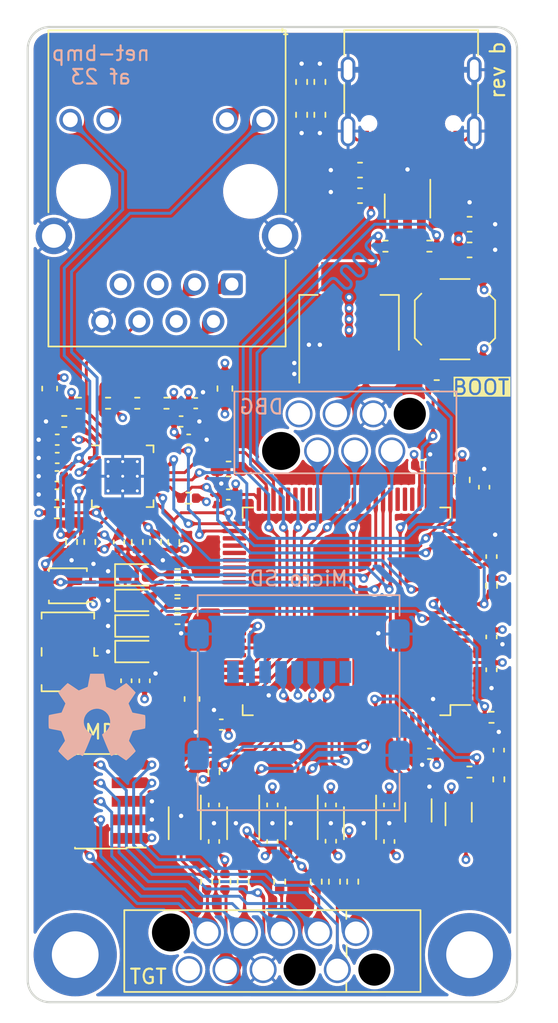
<source format=kicad_pcb>
(kicad_pcb (version 20221018) (generator pcbnew)
  (title_block (title "net-bmp") (date "2023-11-01") (rev "b") (company "elagil"))
  (layers (0 "F.Cu" mixed) (1 "In1.Cu" power) (2 "In2.Cu" power) (31 "B.Cu" mixed) (34 "B.Paste" user) (35 "F.Paste" user) (36 "B.SilkS" user "B.Silkscreen") (37 "F.SilkS" user "F.Silkscreen") (38 "B.Mask" user) (39 "F.Mask" user) (44 "Edge.Cuts" user))
  (net 0 "")
  (net 5 "+3.3VP")
  (net 7 "/BOOT")
  (net 9 "+3.3V")
  (net 10 "/clock/CLK3")
  (net 11 "/ETH_MDC")
  (net 12 "+5V")
  (net 13 "/ETH_REFCLK")
  (net 14 "/ETH_MDIO")
  (net 15 "/ETH_CRS_DV")
  (net 16 "/iTMS_DIR")
  (net 17 "/iRXD")
  (net 18 "/ETH_RXD0")
  (net 19 "/ETH_RXD1")
  (net 20 "/ETH_TXEN")
  (net 33 "/ETH_TXD0")
  (net 34 "Net-(U1-VCAP_2)")
  (net 35 "/ETH_TXD1")
  (net 36 "/USB_D-")
  (net 37 "/USB_D+")
  (net 47 "/iTMS")
  (net 48 "/iTCK")
  (net 49 "Net-(U1-VCAP_1)")
  (net 54 "/iTDO")
  (net 57 "/iTXD")
  (net 60 "VBUS")
  (net 63 "/iTDI")
  (net 64 "VREF")
  (net 65 "+3.3VA")
  (net 66 "/ethernet/LED2")
  (net 67 "/ethernet/LED1")
  (net 68 "/iRST")
  (net 69 "/iRST_SNS")
  (net 70 "/iTCKDI_DIR")
  (net 72 "/NRST")
  (net 73 "GND")
  (net 74 "/ethernet/VDDCR")
  (net 75 "/usb/CC1")
  (net 76 "/usb/CC2")
  (net 78 "/ETH_CLK")
  (net 79 "Net-(U9-A)")
  (net 80 "/SWDIO")
  (net 81 "/SWCLK")
  (net 82 "/SWO")
  (net 84 "/MCU_CLK")
  (net 85 "/clock/CLK2")
  (net 86 "Net-(Q2A-S)")
  (net 87 "Net-(U5-2B)")
  (net 88 "/PWR_BR")
  (net 89 "Net-(D1-A)")
  (net 90 "/LED1")
  (net 91 "Net-(D2-A)")
  (net 92 "/LED2")
  (net 93 "Net-(D3-A)")
  (net 94 "/LED3")
  (net 95 "Net-(D4-A)")
  (net 96 "/LED4")
  (net 98 "Net-(U2-2B)")
  (net 99 "Net-(U3-1B)")
  (net 100 "Net-(U3-2B)")
  (net 101 "Net-(U4-1B)")
  (net 102 "Net-(U4-2B)")
  (net 103 "Net-(U6-RXER{slash}PHYAD0)")
  (net 104 "Net-(U6-RBIAS)")
  (net 105 "Net-(R29-Pad2)")
  (net 106 "Net-(R30-Pad2)")
  (net 110 "Net-(J7-Pad10)")
  (net 111 "Net-(J7-Pad11)")
  (net 112 "Net-(J4-D+-PadA6)")
  (net 113 "Net-(J4-D--PadA7)")
  (net 117 "/VREF_SNS")
  (net 122 "/SDIO_CMD")
  (net 123 "/SDIO_SCK")
  (net 124 "/SDIO_D0")
  (net 126 "/debug/xTMS")
  (net 127 "/debug/xRST")
  (net 128 "/debug/xTCK")
  (net 129 "/debug/xTDO")
  (net 130 "/debug/xTDI")
  (net 131 "/debug/xRXD")
  (net 132 "/debug/xTXD")
  (net 133 "/SDIO_CD")
  (net 134 "/ethernet/TXP")
  (net 135 "/ethernet/TXN")
  (net 136 "/ethernet/RXP")
  (net 137 "/ethernet/RXN")
  (footprint "Capacitor_SMD:C_0402_1005Metric" (layer "F.Cu") (at 161.73 67.25 180)
    (fp_text reference "C6" hide)
    (fp_text value "100n")
  )
  (footprint "LED_SMD:LED_0603_1608Metric" (layer "F.Cu") (at 155.4625 72.75)
    (fp_text reference "D1" hide)
    (fp_text value "Blue")
  )
  (footprint "Capacitor_SMD:C_0402_1005Metric" (layer "F.Cu") (at 154.75 80 90)
    (fp_text reference "C33" hide)
    (fp_text value "100n")
  )
  (footprint "MountingHole:MountingHole_3.2mm_M3_ISO7380_Pad" (layer "F.Cu") (at 151.25 98.75)
    (fp_text reference "H2" hide)
    (fp_text value "MountingHole")
  )
  (footprint "Resistor_SMD:R_0402_1005Metric" (layer "F.Cu") (at 159 67.5)
    (fp_text reference "R19" hide)
    (fp_text value "10k")
  )
  (footprint "Resistor_SMD:R_0402_1005Metric" (layer "F.Cu") (at 160.25 93.75 90)
    (fp_text reference "R13" hide)
    (fp_text value "33")
  )
  (footprint "Capacitor_SMD:C_0402_1005Metric" (layer "F.Cu") (at 160.75 88.5 -90)
    (fp_text reference "C14" hide)
    (fp_text value "100n")
  )
  (footprint "Connector_RJ:RJ45_Hanrun_HR911105A" (layer "F.Cu") (at 161.975 52.86 180)
    (fp_text reference "J7" hide)
    (fp_text value "HR911105A")
  )
  (footprint "Resistor_SMD:R_0402_1005Metric" (layer "F.Cu") (at 151 70.5 90)
    (fp_text reference "R35" hide)
    (fp_text value "10k")
  )
  (footprint "Capacitor_SMD:C_0402_1005Metric" (layer "F.Cu") (at 158.5 62.25)
    (fp_text reference "C22" hide)
    (fp_text value "100n")
  )
  (footprint "Capacitor_SMD:C_0402_1005Metric" (layer "F.Cu") (at 172.75 88.5 -90)
    (fp_text reference "C11" hide)
    (fp_text value "100n")
  )
  (footprint "Connector_USB:USB_C_Receptacle_G-Switch_GT-USB-7010ASV" (layer "F.Cu") (at 174.25 39.25 180)
    (fp_text reference "J4" hide)
    (fp_text value "USB_C_Receptacle_USB2.0")
  )
  (footprint "Resistor_SMD:R_0402_1005Metric" (layer "F.Cu") (at 158.25 73.75)
    (fp_text reference "R4" hide)
    (fp_text value "330")
  )
  (footprint "Resistor_SMD:R_0402_1005Metric" (layer "F.Cu") (at 158.25 74.75)
    (fp_text reference "R5" hide)
    (fp_text value "330")
  )
  (footprint "Capacitor_SMD:C_0402_1005Metric" (layer "F.Cu") (at 164.75 88.5 -90)
    (fp_text reference "C13" hide)
    (fp_text value "100n")
  )
  (footprint "Inductor_SMD:L_0603_1608Metric" (layer "F.Cu") (at 161.5 60 -90)
    (fp_text reference "FB1" hide)
    (fp_text value "FerriteBead")
  )
  (footprint "Capacitor_SMD:C_0603_1608Metric" (layer "F.Cu") (at 161.75 65.5)
    (fp_text reference "C9" hide)
    (fp_text value "2.2u")
  )
  (footprint "MountingHole:MountingHole_3.2mm_M3_ISO7380_Pad" (layer "F.Cu") (at 178.25 98.75)
    (fp_text reference "H1" hide)
    (fp_text value "MountingHole")
  )
  (footprint "Resistor_SMD:R_0402_1005Metric" (layer "F.Cu") (at 168 41.26 90)
    (fp_text reference "R34" hide)
    (fp_text value "5.1k")
  )
  (footprint "Resistor_SMD:R_0402_1005Metric" (layer "F.Cu") (at 176 59.8 180)
    (fp_text reference "R2" hide)
    (fp_text value "10k")
  )
  (footprint "LED_SMD:LED_0603_1608Metric" (layer "F.Cu") (at 155.4725 78)
    (fp_text reference "D4" hide)
    (fp_text value "Red")
  )
  (footprint "Capacitor_SMD:C_0402_1005Metric" (layer "F.Cu") (at 150.02 63.5 180)
    (fp_text reference "C25" hide)
    (fp_text value "100n")
  )
  (footprint "Resistor_SMD:R_0402_1005Metric" (layer "F.Cu") (at 175.5 50.25 180)
    (fp_text reference "R29" hide)
    (fp_text value "33")
  )
  (footprint "Capacitor_SMD:C_0402_1005Metric" (layer "F.Cu") (at 168.75 88.5 -90)
    (fp_text reference "C12" hide)
    (fp_text value "100n")
  )
  (footprint "Capacitor_SMD:C_0402_1005Metric" (layer "F.Cu") (at 168.75 90.98 90)
    (fp_text reference "C16" hide)
    (fp_text value "100n")
  )
  (footprint "Capacitor_SMD:C_0402_1005Metric" (layer "F.Cu") (at 154.25 70.5 -90)
    (fp_text reference "C21" hide)
    (fp_text value "100n")
  )
  (footprint "Capacitor_SMD:C_0402_1005Metric" (layer "F.Cu") (at 179.75 77 -90)
    (fp_text reference "C4" hide)
    (fp_text value "100n")
  )
  (footprint "Resistor_SMD:R_0402_1005Metric" (layer "F.Cu") (at 166.75 39.01 -90)
    (fp_text reference "R28" hide)
    (fp_text value "330")
  )
  (footprint "Package_SO:VSSOP-8_2.4x2.1mm_P0.5mm" (layer "F.Cu") (at 150.75 73.5 180)
    (fp_text reference "U9" hide)
    (fp_text value "74AVC9112")
  )
  (footprint "Resistor_SMD:R_0402_1005Metric" (layer "F.Cu") (at 172.49 50.25)
    (fp_text reference "R30" hide)
    (fp_text value "33")
  )
  (footprint "Capacitor_SMD:C_0603_1608Metric" (layer "F.Cu") (at 159.25 81.25 90)
    (fp_text reference "C10" hide)
    (fp_text value "2.2u")
  )
  (footprint "Resistor_SMD:R_0402_1005Metric" (layer "F.Cu") (at 168 39.01 -90)
    (fp_text reference "R33" hide)
    (fp_text value "5.1k")
  )
  (footprint "Capacitor_SMD:C_0402_1005Metric" (layer "F.Cu") (at 161.25 83 180)
    (fp_text reference "C3" hide)
    (fp_text value "100n")
  )
  (footprint "Capacitor_SMD:C_0402_1005Metric" (layer "F.Cu") (at 156 80 90)
    (fp_text reference "C34" hide)
    (fp_text value "10n")
  )
  (footprint "Capacitor_SMD:C_0402_1005Metric" (layer "F.Cu") (at 175 65.25)
    (fp_text reference "C5" hide)
    (fp_text value "100n")
  )
  (footprint "Resistor_SMD:R_0402_1005Metric" (layer "F.Cu") (at 156.75 70.5 -90)
    (fp_text reference "R18" hide)
    (fp_text value "10k")
  )
  (footprint "Package_SO:VSSOP-8_2.3x2mm_P0.5mm" (layer "F.Cu") (at 166.75 89.75 -90)
    (fp_text reference "U4" hide)
    (fp_text value "74LVC2T45DC")
  )
  (footprint "Resistor_SMD:R_0402_1005Metric" (layer "F.Cu") (at 155.5 61 180)
    (fp_text reference "R23" hide)
    (fp_text value "49.9")
  )
  (footprint "Package_DFN_QFN:VQFN-24-1EP_4x4mm_P0.5mm_EP2.5x2.5mm_ThermalVias" (layer "F.Cu") (at 154.5 66)
    (fp_text reference "U6" hide)
    (fp_text value "LAN8742A")
  )
  (footprint "Resistor_SMD:R_0402_1005Metric" (layer "F.Cu") (at 180.25 86.75 -90)
    (fp_text reference "R36" hide)
    (fp_text value "5.1k")
  )
  (footprint "Resistor_SMD:R_0402_1005Metric" (layer "F.Cu") (at 170.25 93.75 90)
    (fp_text reference "R8" hide)
    (fp_text value "33")
  )
  (footprint "Resistor_SMD:R_0402_1005Metric" (layer "F.Cu") (at 158.25 72.73)
    (fp_text reference "R3" hide)
    (fp_text value "330")
  )
  (footprint "Resistor_SMD:R_0402_1005Metric" (layer "F.Cu") (at 152.25 70.5 -90)
    (fp_text reference "R16" hide)
    (fp_text value "10k")
  )
  (footprint "Resistor_SMD:R_0402_1005Metric" (layer "F.Cu") (at 178.24 86.25)
    (fp_text reference "R14" hide)
    (fp_text value "10k")
  )
  (footprint "Resistor_SMD:R_0402_1005Metric" (layer "F.Cu") (at 167.75 93.75 90)
    (fp_text reference "R9" hide)
    (fp_text value "33")
  )
  (footprint "Capacitor_SMD:C_0402_1005Metric" (layer "F.Cu") (at 150.02 64.75 180)
    (fp_text reference "C23" hide)
    (fp_text value "100n")
  )
  (footprint "Capacitor_SMD:C_0603_1608Metric" (layer "F.Cu") (at 170.75 45.045682 180)
    (fp_text reference "C29" hide)
    (fp_text value "10u")
  )
  (footprint "Capacitor_SMD:C_0402_1005Metric" (layer "F.Cu") (at 179.25 66.75 90)
    (fp_text reference "C8" hide)
    (fp_text value "100n")
  )
  (footprint "Button_Switch_SMD:SW_Push_1P1T_XKB_TS-1187A" (layer "F.Cu") (at 177.25 55.25 90)
    (fp_text reference "SW1" hide)
    (fp_text value "SW_SPST")
  )
  (footprint "Resistor_SMD:R_0402_1005Metric" (layer "F.Cu") (at 161.5 93.75 90)
    (fp_text reference "R15" hide)
    (fp_text value "10k")
  )
  (footprint "Resistor_SMD:R_0402_1005Metric" (layer "F.Cu") (at 150.5 62.25)
    (fp_text reference "R22" hide)
    (fp_text value "12k")
  )
  (footprint "Resistor_SMD:R_0402_1005Metric" (layer "F.Cu") (at 153.5 61)
    (fp_text reference "R26" hide)
    (fp_text value "49.9")
  )
  (footprint "Resistor_SMD:R_0402_1005Metric" (layer "F.Cu") (at 179.75 82.5 180)
    (fp_text reference "R37" hide)
    (fp_text value "10k")
  )
  (footprint "Package_QFP:LQFP-100_14x14mm_P0.5mm" (layer "F.Cu") (at 169.825 75.25 180)
    (fp_text reference "U1" hide)
    (fp_text value "STM32F407VETx")
  )
  (footprint "Package_SO:VSSOP-8_2.3x2mm_P0.5mm" (layer "F.Cu") (at 162.75 89.75 -90)
    (fp_text reference "U3" hide)
    (fp_text value "74LVC2T45DC")
  )
  (footprint "Package_TO_SOT_SMD:SOT-563" (layer "F.Cu") (at 174.75 89 -90)
    (fp_text reference "Q1" hide)
    (fp_text value "DMG1024UV-7")
  )
  (footprint "Capacitor_SMD:C_0402_1005Metric" (layer "F.Cu") (at 175.5 85 180)
    (fp_text reference "C2" hide)
    (fp_text value "100n")
  )
  (footprint "Connector_PinHeader_1.27mm:PinHeader_2x05_P1.27mm_Vertical_SMD" (layer "F.Cu") (at 153 88.25 180)
    (fp_text reference "J6" hide)
    (fp_text value "BMDU")
  )
  (footprint "Resistor_SMD:R_0402_1005Metric" (layer "F.Cu") (at 158 70.5 -90)
    (fp_text reference "R20" hide)
    (fp_text value "1.5k")
  )
  (footprint "Resistor_SMD:R_0402_1005Metric" (layer "F.Cu") (at 158.25 75.75)
    (fp_text reference "R6" hide)
    (fp_text value "330")
  )
  (footprint "Resistor_SMD:R_0402_1005Metric" (layer "F.Cu") (at 179.75 73.5 90)
    (fp_text reference "R1" hide)
    (fp_text value "10k")
  )
  (footprint "Resistor_SMD:R_0402_1005Metric" (layer "F.Cu") (at 151.5 61 180)
    (fp_text reference "R25" hide)
    (fp_text value "49.9")
  )
  (footprint "Resistor_SMD:R_0402_1005Metric" (layer "F.Cu") (at 166.75 41.26 90)
    (fp_text reference "R27" hide)
    (fp_text value "330")
  )
  (footprint "Package_SO:VSSOP-8_2.3x2mm_P0.5mm" (layer "F.Cu") (at 158.75 89.75 -90)
    (fp_text reference "U5" hide)
    (fp_text value "74LVC2T45DC")
  )
  (footprint "Package_SO:VSSOP-8_2.3x2mm_P0.5mm" (layer "F.Cu") (at 170.75 89.75 -90)
    (fp_text reference "U2" hide)
    (fp_text value "74LVC2T45DC")
  )
  (footprint "Capacitor_SMD:C_0603_1608Metric" (layer "F.Cu") (at 178.25 50.51)
    (fp_text reference "C31" hide)
    (fp_text value "10u")
  )
  (footprint "Resistor_SMD:R_0402_1005Metric" (layer "F.Cu") (at 169 93.75 90)
    (fp_text reference "R11" hide)
    (fp_text value "33")
  )
  (footprint "Resistor_SMD:R_0402_1005Metric" (layer "F.Cu") (at 162.75 93.75 90)
    (fp_text reference "R10" hide)
    (fp_text value "33")
  )
  (footprint "Capacitor_SMD:C_0603_1608Metric" (layer "F.Cu") (at 149.5 60 -90)
    (fp_text reference "C26" hide)
    (fp_text value "10u")
  )
  (footprint "Capacitor_SMD:C_0402_1005Metric" (layer "F.Cu") (at 179.75 71.5 90)
    (fp_text reference "C1" hide)
    (fp_text value "100n")
  )
  (footprint "Capacitor_SMD:C_0402_1005Metric" (layer "F.Cu") (at 164.75 91 90)
    (fp_text reference "C17" hide)
    (fp_text value "100n")
  )
  (footprint "Capacitor_SMD:C_0402_1005Metric" (layer "F.Cu") (at 150 67.25 180)
    (fp_text reference "C19" hide)
    (fp_text value "1n")
  )
  (footprint "Capacitor_SMD:C_0402_1005Metric" (layer "F.Cu") (at 159.02 63.5)
    (fp_text reference "C24" hide)
    (fp_text value "100n")
  )
  (footprint "Capacitor_SMD:C_0402_1005Metric" (layer "F.Cu") (at 180.25 84.75 90)
    (fp_text reference "C35" hide)
    (fp_text value "100n")
  )
  (footprint "Resistor_SMD:R_0402_1005Metric" (layer "F.Cu") (at 157.5 61)
    (fp_text reference "R24" hide)
    (fp_text value "49.9")
  )
  (footprint "Oscillator:Oscillator_SMD_SeikoEpson_SG8002LB-4Pin_5.0x3.2mm" (layer "F.Cu") (at 150.75 78.02 90)
    (fp_text reference "X2" hide)
    (fp_text value "SG-5032CCN")
  )
  (footprint "Resistor_SMD:R_0402_1005Metric" (layer "F.Cu") (at 150 68.5 180)
    (fp_text reference "R17" hide)
    (fp_text value "10k")
  )
  (footprint "Connector_Debug:WR-WST REDFIT IDC 6 10 DBG" (layer "F.Cu") (at 164.75 98.5 180)
    (fp_text reference "J5" hide)
    (fp_text value "TGT")
  )
  (footprint "Inductor_SMD:L_0603_1608Metric" (layer "F.Cu") (at 177.75 66.25 -90)
    (fp_text reference "FB2" hide)
    (fp_text value "FerriteBead")
  )
  (footprint "Resistor_SMD:R_0402_1005Metric" (layer "F.Cu") (at 160.75 86.25 -90)
    (fp_text reference "R7" hide)
    (fp_text value "10k")
  )
  (footprint "Capacitor_SMD:C_0402_1005Metric" (layer "F.Cu") (at 150 66 180)
    (fp_text reference "C20" hide)
    (fp_text value "1u")
  )
  (footprint "Package_TO_SOT_SMD:SOT-563" (layer "F.Cu") (at 177.5 89 90)
    (fp_text reference "Q2" hide)
    (fp_text value "DMG1024UV-7")
  )
  (footprint "Capacitor_SMD:C_0603_1608Metric" (layer "F.Cu") (at 178.25 48.75)
    (fp_text reference "C30" hide)
    (fp_text value "10u")
  )
  (footprint "Capacitor_SMD:C_0402_1005Metric" (layer "F.Cu") (at 159.5 61 180)
    (fp_text reference "C27" hide)
    (fp_text value "22n")
  )
  (footprint "Capacitor_SMD:C_0603_1608Metric" (layer "F.Cu") (at 170.75 46.795682 180)
    (fp_text reference "C28" hide)
    (fp_text value "10u")
  )
  (footprint "LED_SMD:LED_0603_1608Metric" (layer "F.Cu") (at 155.4625 74.5)
    (fp_text reference "D2" hide)
    (fp_text value "Green")
  )
  (footprint "Package_TO_SOT_SMD:SOT-223-3_TabPin2" (layer "F.Cu") (at 170 55.5 90)
    (fp_text reference "U8" hide)
    (fp_text value "AMS1117-3.3")
  )
  (footprint "Resistor_SMD:R_0402_1005Metric" (layer "F.Cu") (at 155.5 70.5 90)
    (fp_text reference "R21" hide)
    (fp_text value "10k")
  )
  (footprint "Package_TO_SOT_SMD:SOT-23-6" (layer "F.Cu") (at 174 47.5 -90)
    (fp_text reference "U7" hide)
    (fp_text value "USBLC6-2SC6")
  )
  (footprint "Capacitor_SMD:C_0402_1005Metric" (layer "F.Cu") (at 172.75 91 90)
    (fp_text reference "C15" hide)
    (fp_text value "100n")
  )
  (footprint "Capacitor_SMD:C_0402_1005Metric" (layer "F.Cu") (at 160.75 91 90)
    (fp_text reference "C18" hide)
    (fp_text value "100n")
  )
  (footprint "LED_SMD:LED_0603_1608Metric" (layer "F.Cu") (at 155.4725 76.25)
    (fp_text reference "D3" hide)
    (fp_text value "Yellow")
  )
  (footprint "Resistor_SMD:R_0402_1005Metric" (layer "F.Cu") (at 165.25 93.75 90)
    (fp_text reference "R12" hide)
    (fp_text value "33")
  )
  (footprint "Capacitor_SMD:C_0402_1005Metric" (layer "F.Cu") (at 179.75 79.25 -90)
    (fp_text reference "C7" hide)
    (fp_text value "100n")
  )
  (footprint "Connector_Debug:WR-WST REDFIT IDC 6 DBG" (layer "B.Cu") (at 169.75 63 180)
    (fp_text reference "J1" hide)
    (fp_text value "DBG")
  )
  (footprint "Symbol:OSHW-Symbol_6.7x6mm_SilkScreen" (layer "B.Cu") (at 152.75 82.5 180)
    (fp_text reference "oshw1" hide)
    (fp_text value "Logo_Open_Hardware_Large" hide)
  )
  (footprint "Connector_Card:microSD_HC_Molex_47219-2001" (layer "B.Cu") (at 166.545 81.5 180)
    (fp_text reference "J2" hide)
    (fp_text value "Micro SD")
  )
  (gr_line (start 181.5 100.5) (end 181.5 36.75) (stroke (width 0.15)) (layer "Edge.Cuts"))
  (gr_arc (start 149.5 102) (mid 148.43934 101.56066) (end 148 100.5) (stroke (width 0.15)) (layer "Edge.Cuts"))
  (gr_line (start 180 35.25) (end 149.5 35.25) (stroke (width 0.15)) (layer "Edge.Cuts"))
  (gr_line (start 148 36.75) (end 148 100.5) (stroke (width 0.15)) (layer "Edge.Cuts"))
  (gr_arc (start 180 35.25) (mid 181.06066 35.68934) (end 181.5 36.75) (stroke (width 0.15)) (layer "Edge.Cuts"))
  (gr_arc (start 148 36.75) (mid 148.43934 35.68934) (end 149.5 35.25) (stroke (width 0.15)) (layer "Edge.Cuts"))
  (gr_arc (start 181.5 100.5) (mid 181.06066 101.56066) (end 180 102) (stroke (width 0.15)) (layer "Edge.Cuts"))
  (gr_line (start 149.5 102) (end 180 102) (stroke (width 0.15)) (layer "Edge.Cuts"))
  (gr_text "net-bmp\naf 23" (at 153 39.25) (layer "B.SilkS") (effects (font (size 1 1)) (justify bottom mirror)))
  (gr_text "rev b" (at 180.75 40.25 90) (layer "F.SilkS") (effects (font (size 1 1)) (justify left bottom)))
  (gr_text "BOOT" (at 177 60.5) (layer "F.SilkS" knockout) (effects (font (size 1 1)) (justify left bottom)))
  (segment (start 179.25 67.23) (end 177.9425 67.23) (width 0.2) (layer "F.Cu") (net 5))
  (segment (start 177.5 70.75) (end 178.75 70.75) (width 0.2) (layer "F.Cu") (net 5))
  (segment (start 179.25 70.25) (end 179.25 67.23) (width 0.2) (layer "F.Cu") (net 5))
  (segment (start 177.5 71.25) (end 177.5 70.75) (width 0.2) (layer "F.Cu") (net 5))
  (segment (start 178.75 70.75) (end 179.25 70.25) (width 0.2) (layer "F.Cu") (net 5))
  (segment (start 173.5 74) (end 173.5 69.5) (width 0.2) (layer "F.Cu") (net 7))
  (segment (start 175.375 58.25) (end 175.375 52.25) (width 0.2) (layer "F.Cu") (net 7))
  (segment (start 172.825 82.925) (end 172.825 74.675) (width 0.2) (layer "F.Cu") (net 7))
  (segment (start 175.49 60.49) (end 175.49 59.8) (width 0.2) (layer "F.Cu") (net 7))
  (segment (start 172.825 74.675) (end 173.5 74) (width 0.2) (layer "F.Cu") (net 7))
  (segment (start 175.375 58.25) (end 175.375 59.685) (width 0.2) (layer "F.Cu") (net 7))
  (segment (start 175.75 60.75) (end 175.49 60.49) (width 0.2) (layer "F.Cu") (net 7))
  (segment (start 175.75 63.25) (end 175.75 60.75) (width 0.2) (layer "F.Cu") (net 7))
  (via (at 173.5 69.5) (size 0.6) (drill 0.3) (layers "F.Cu" "B.Cu") (net 7))
  (via (at 175.75 63.25) (size 0.6) (drill 0.3) (layers "F.Cu" "B.Cu") (net 7))
  (segment (start 175 68) (end 173.5 69.5) (width 0.2) (layer "B.Cu") (net 7))
  (segment (start 175.75 63.25) (end 175 64) (width 0.2) (layer "B.Cu") (net 7))
  (segment (start 175 64) (end 175 68) (width 0.2) (layer "B.Cu") (net 7))
  (segment (start 160.75 86.76) (end 160.01 86.76) (width 0.2) (layer "F.Cu") (net 9))
  (segment (start 170 54.5) (end 170 53.75) (width 0.4) (layer "F.Cu") (net 9))
  (segment (start 179.02 76.52) (end 179.75 76.52) (width 0.2) (layer "F.Cu") (net 9))
  (segment (start 177.75 65.4625) (end 177.75 64.5) (width 0.2) (layer "F.Cu") (net 9))
  (segment (start 162.21 66.54) (end 162.21 67.25) (width 0.2) (layer "F.Cu") (net 9))
  (segment (start 152.5 74.75) (end 152.3 74.55) (width 0.2) (layer "F.Cu") (net 9))
  (segment (start 152.3 74.55) (end 152.3 74.25) (width 0.2) (layer "F.Cu") (net 9))
  (segment (start 174.4505 64.5) (end 174.52 64.5695) (width 0.2) (layer "F.Cu") (net 9))
  (segment (start 177.5 76.25) (end 178.75 76.25) (width 0.2) (layer "F.Cu") (net 9))
  (segment (start 160.57 88.2) (end 160.75 88.02) (width 0.2) (layer "F.Cu") (net 9))
  (segment (start 177.5 49.75) (end 177.475 49.775) (width 0.4) (layer "F.Cu") (net 9))
  (segment (start 153.56 79.29) (end 154.75 80.48) (width 0.2) (layer "F.Cu") (net 9))
  (segment (start 164.57 88.2) (end 164.75 88.02) (width 0.2) (layer "F.Cu") (net 9))
  (segment (start 170 91.3) (end 170 90.25) (width 0.2) (layer "F.Cu") (net 9))
  (segment (start 167.5 88.2) (end 168.57 88.2) (width 0.2) (layer "F.Cu") (net 9))
  (segment (start 175.98 85.73) (end 176 85.75) (width 0.2) (layer "F.Cu") (net 9))
  (segment (start 154.25 67.9375) (end 154.25 70.02) (width 0.2) (layer "F.Cu") (net 9))
  (segment (start 149.49 68.5) (end 148.75 68.5) (width 0.2) (layer "F.Cu") (net 9))
  (segment (start 177.475 49.775) (end 177.475 50.51) (width 0.4) (layer "F.Cu") (net 9))
  (segment (start 161.73 83) (end 161.73 83.73) (width 0.2) (layer "F.Cu") (net 9))
  (segment (start 160.01 86.76) (end 160 86.75) (width 0.2) (layer "F.Cu") (net 9))
  (segment (start 179 72.25) (end 179.27 71.98) (width 0.2) (layer "F.Cu") (net 9))
  (segment (start 179.75 78.77) (end 180.48 78.77) (width 0.2) (layer "F.Cu") (net 9))
  (segment (start 160.236444 67.75) (end 159.986444 67.5) (width 0.2) (layer "F.Cu") (net 9))
  (segment (start 154.75 80.48) (end 156 80.48) (width 0.2) (layer "F.Cu") (net 9))
  (segment (start 177.5 78.75) (end 179.73 78.75) (width 0.2) (layer "F.Cu") (net 9))
  (segment (start 170 53.75) (end 170 52.35) (width 0.4) (layer "F.Cu") (net 9))
  (segment (start 179.125 57.375) (end 179.25 57.25) (width 0.2) (layer "F.Cu") (net 9))
  (segment (start 168.57 88.2) (end 168.75 88.02) (width 0.2) (layer "F.Cu") (net 9))
  (segment (start 170 55.25) (end 170 54.5) (width 0.4) (layer "F.Cu") (net 9))
  (segment (start 180.48 78.77) (end 180.5 78.75) (width 0.2) (layer "F.Cu") (net 9))
  (segment (start 158.74 71.01) (end 158 71.01) (width 0.2) (layer "F.Cu") (net 9))
  (segment (start 162.15 82.58) (end 161.73 83) (width 0.2) (layer "F.Cu") (net 9))
  (segment (start 179.125 53.125) (end 179.25 53.25) (width 0.2) (layer "F.Cu") (net 9))
  (segment (start 163.5 67.25) (end 163.825 67.575) (width 0.2) (layer "F.Cu") (net 9))
  (segment (start 177.475 48.75) (end 177.475 49.725) (width 0.4) (layer "F.Cu") (net 9))
  (segment (start 180.49 72.99) (end 180.5 73) (width 0.2) (layer "F.Cu") (net 9))
  (segment (start 170 56) (end 170 55.25) (width 0.4) (layer "F.Cu") (net 9))
  (segment (start 161.73 83.73) (end 161.75 83.75) (width 0.2) (layer "F.Cu") (net 9))
  (segment (start 159.5 88.2) (end 160.57 88.2) (width 0.2) (layer "F.Cu") (net 9))
  (segment (start 179.125 52.25) (end 179.125 53.125) (width 0.2) (layer "F.Cu") (net 9))
  (segment (start 179.75 71.98) (end 179.75 72.99) (width 0.2) (layer "F.Cu") (net 9))
  (segment (start 168.75 88.02) (end 168.75 87.25) (width 0.2) (layer "F.Cu") (net 9))
  (segment (start 162.21 67.25) (end 163.5 67.25) (width 0.2) (layer "F.Cu") (net 9))
  (segment (start 175.825 82.925) (end 175.825 84.845) (width 0.2) (layer "F.Cu") (net 9))
  (segment (start 156 80.48) (end 156 81.25) (width 0.2) (layer "F.Cu") (net 9))
  (segment (start 177.475 49.725) (end 177.5 49.75) (width 0.4) (layer "F.Cu") (net 9))
  (segment (start 172.75 88.02) (end 172.75 87.25) (width 0.2) (layer "F.Cu") (net 9))
  (segment (start 162.15 81.25) (end 162.15 82.58) (width 0.2) (layer "F.Cu") (net 9))
  (segment (start 158.75 71) (end 158.74 71.01) (width 0.2) (layer "F.Cu") (net 9))
  (segment (start 164.75 88.02) (end 164.75 87.25) (width 0.2) (layer "F.Cu") (net 9))
  (segment (start 153.26 71.01) (end 154.25 70.02) (width 0.2) (layer "F.Cu") (net 9))
  (segment (start 180.48 76.52) (end 180.5 76.5) (width 0.2) (layer "F.Cu") (net 9))
  (segment (start 151.85 79.29) (end 153.56 79.29) (width 0.2) (layer "F.Cu") (net 9))
  (segment (start 163.5 88.2) (end 164.57 88.2) (width 0.2) (layer "F.Cu") (net 9))
  (segment (start 174.825 65.555) (end 174.52 65.25) (width 0.2) (layer "F.Cu") (net 9))
  (segment (start 177.5 72.25) (end 179 72.25) (width 0.2) (layer "F.Cu") (net 9))
  (segment (start 178.75 76.25) (end 179.02 76.52) (width 0.2) (layer "F.Cu") (net 9))
  (segment (start 177 88.25) (end 177 87.25) (width 0.2) (layer "F.Cu") (net 9))
  (segment (start 179.27 71.98) (end 179.75 71.98) (width 0.2) (layer "F.Cu") (net 9))
  (segment (start 175.98 85) (end 175.98 85.73) (width 0.2) (layer "F.Cu") (net 9))
  (segment (start 174.825 67.575) (end 174.825 65.555) (width 0.2) (layer "F.Cu") (net 9))
  (segment (start 159.986444 67.5) (end 159.51 67.5) (width 0.2) (layer "F.Cu") (net 9))
  (segment (start 161.5 60.7875) (end 161.5 61.75) (width 0.2) (layer "F.Cu") (net 9))
  (segment (start 162.236444 66.513556) (end 162.21 66.54) (width 0.2) (layer "F.Cu") (net 9))
  (segment (start 152.25 71.01) (end 153.25 71) (width 0.2) (layer "F.Cu") (net 9))
  (segment (start 149.65 79.29) (end 151.85 79.29) (width 0.2) (layer "F.Cu") (net 9))
  (segment (start 160.75 88.02) (end 160.75 86.76) (width 0.2) (layer "F.Cu") (net 9))
  (segment (start 179.75 72.99) (end 180.49 72.99) (width 0.2) (layer "F.Cu") (net 9))
  (segment (start 158 71.01) (end 156.75 71.01) (width 0.2) (layer "F.Cu") (net 9))
  (segment (start 170 58.65) (end 170 56) (width 0.4) (layer "F.Cu") (net 9))
  (segment (start 179.125 58.25) (end 179.125 57.375) (width 0.2) (layer "F.Cu") (net 9))
  (segment (start 174.52 64.5695) (end 174.52 65.23) (width 0.2) (layer "F.Cu") (net 9))
  (segment (start 179.75 76.52) (end 180.48 76.52) (width 0.2) (layer "F.Cu") (net 9))
  (segment (start 153.25 71) (end 153.26 71.01) (width 0.2) (layer "F.Cu") (net 9))
  (segment (start 171.5 88.2) (end 172.57 88.2) (width 0.2) (layer "F.Cu") (net 9))
  (segment (start 172.57 88.2) (end 172.75 88.02) (width 0.2) (layer "F.Cu") (net 9))
  (via (at 177.75 64.5) (size 0.6) (drill 0.3) (layers "F.Cu" "B.Cu") (net 9))
  (via (at 148.75 68.5) (size 0.6) (drill 0.3) (layers "F.Cu" "B.Cu") (net 9))
  (via (at 177 87.25) (size 0.6) (drill 0.3) (layers "F.Cu" "B.Cu") (net 9))
  (via (at 164.75 87.25) (size 0.6) (drill 0.3) (layers "F.Cu" "B.Cu") (net 9))
  (via (at 177.5 49.75) (size 0.6) (drill 0.3) (layers "F.Cu" "B.Cu") (net 9))
  (via (at 161.5 61.75) (size 0.6) (drill 0.3) (layers "F.Cu" "B.Cu") (net 9))
  (via (at 174.4505 64.5) (size 0.6) (drill 0.3) (layers "F.Cu" "B.Cu") (net 9))
  (via (at 176 85.75) (size 0.6) (drill 0.3) (layers "F.Cu" "B.Cu") (net 9))
  (via (at 172.75 87.25) (size 0.6) (drill 0.3) (layers "F.Cu" "B.Cu") (net 9))
  (via (at 180.5 76.5) (size 0.6) (drill 0.3) (layers "F.Cu" "B.Cu") (net 9))
  (via (at 168.75 87.25) (size 0.6) (drill 0.3) (layers "F.Cu" "B.Cu") (net 9))
  (via (at 160 86.75) (size 0.6) (drill 0.3) (layers "F.Cu" "B.Cu") (net 9))
  (via (at 170 53.75) (size 0.6) (drill 0.3) (layers "F.Cu" "B.Cu") (net 9))
  (via (at 153.25 71) (size 0.6) (drill 0.3) (layers "F.Cu" "B.Cu") (net 9))
  (via (at 180.5 73) (size 0.6) (drill 0.3) (layers "F.Cu" "B.Cu") (net 9))
  (via (at 156 81.25) (size 0.6) (drill 0.3) (layers "F.Cu" "B.Cu") (net 9))
  (via (at 180.5 78.75) (size 0.6) (drill 0.3) (layers "F.Cu" "B.Cu") (net 9))
  (via (at 179.25 53.25) (size 0.6) (drill 0.3) (layers "F.Cu" "B.Cu") (net 9))
  (via (at 158.75 71) (size 0.6) (drill 0.3) (layers "F.Cu" "B.Cu") (net 9))
  (via (at 166.5 81) (size 0.6) (drill 0.3) (layers "F.Cu" "B.Cu") (net 9))
  (via (at 162.236444 66.513556) (size 0.6) (drill 0.3) (layers "F.Cu" "B.Cu") (net 9))
  (via (at 161.75 83.75) (size 0.6) (drill 0.3) (layers "F.Cu" "B.Cu") (net 9))
  (via (at 170 56) (size 0.6) (drill 0.3) (layers "F.Cu" "B.Cu") (net 9))
  (via (at 152.5 74.75) (size 0.6) (drill 0.3) (layers "F.Cu" "B.Cu") (net 9))
  (via (at 170 90.25) (size 0.6) (drill 0.3) (layers "F.Cu" "B.Cu") (net 9))
  (via (at 170 54.5) (size 0.6) (drill 0.3) (layers "F.Cu" "B.Cu") (net 9))
  (via (at 179.25 57.25) (size 0.6) (drill 0.3) (layers "F.Cu" "B.Cu") (net 9))
  (via (at 170 55.25) (size 0.6) (drill 0.3) (layers "F.Cu" "B.Cu") (net 9))
  (via (at 160.236444 67.75) (size 0.6) (drill 0.3) (layers "F.Cu" "B.Cu") (net 9))
  (segment (start 166.5 81) (end 166.45 80.95) (width 0.2) (layer "B.Cu") (net 9))
  (segment (start 166.45 80.95) (end 166.45 79.4) (width 0.2) (layer "B.Cu") (net 9))
  (segment (start 177.5 73.75) (end 174.25 73.75) (width 0.2) (layer "F.Cu") (net 11))
  (segment (start 156.4375 67.25) (end 157 67.25) (width 0.2) (layer "F.Cu") (net 11))
  (segment (start 157 67.25) (end 157.25 67.5) (width 0.2) (layer "F.Cu") (net 11))
  (via (at 174.25 73.75) (size 0.6) (drill 0.3) (layers "F.Cu" "B.Cu") (net 11))
  (via (at 157.25 67.5) (size 0.6) (drill 0.3) (layers "F.Cu" "B.Cu") (net 11))
  (segment (start 172.25 71.75) (end 160.5 71.75) (width 0.2) (layer "B.Cu") (net 11))
  (segment (start 157.25 68.5) (end 157.25 67.5) (width 0.2) (layer "B.Cu") (net 11))
  (segment (start 160.5 71.75) (end 157.25 68.5) (width 0.2) (layer "B.Cu") (net 11))
  (segment (start 174.25 73.75) (end 172.25 71.75) (width 0.2) (layer "B.Cu") (net 11))
  (segment (start 176 70.24519) (end 176.49519 69.75) (width 0.2) (layer "F.Cu") (net 13))
  (segment (start 175.25 71.25) (end 176 70.5) (width 0.2) (layer "F.Cu") (net 13))
  (segment (start 160.25 66.75) (end 159.24 66.75) (width 0.2) (layer "F.Cu") (net 13))
  (segment (start 159.24 66.75) (end 158.49 67.5) (width 0.2) (layer "F.Cu") (net 13))
  (segment (start 157.74 66.75) (end 158.49 67.5) (width 0.2) (layer "F.Cu") (net 13))
  (segment (start 176.49519 69.75) (end 177.5 69.75) (width 0.2) (layer "F.Cu") (net 13))
  (segment (start 176 70.5) (end 176 70.24519) (width 0.2) (layer "F.Cu") (net 13))
  (segment (start 156.4375 66.75) (end 157.74 66.75) (width 0.2) (layer "F.Cu") (net 13))
  (via (at 160.25 66.75) (size 0.6) (drill 0.3) (layers "F.Cu" "B.Cu") (net 13))
  (via (at 175.25 71.25) (size 0.6) (drill 0.3) (layers "F.Cu" "B.Cu") (net 13))
  (segment (start 160.25 66.75) (end 161 67.5) (width 0.2) (layer "B.Cu") (net 13))
  (segment (start 161 69) (end 163.25 71.25) (width 0.2) (layer "B.Cu") (net 13))
  (segment (start 161 67.5) (end 161 69) (width 0.2) (layer "B.Cu") (net 13))
  (segment (start 163.25 71.25) (end 175.25 71.25) (width 0.2) (layer "B.Cu") (net 13))
  (segment (start 175.25 70.25) (end 176.25 69.25) (width 0.2) (layer "F.Cu") (net 14))
  (segment (start 158 69) (end 158 69.99) (width 0.2) (layer "F.Cu") (net 14))
  (segment (start 157.05 68.05) (end 158 69) (width 0.2) (layer "F.Cu") (net 14))
  (segment (start 157.022182 68.05) (end 157.05 68.05) (width 0.2) (layer "F.Cu") (net 14))
  (segment (start 161.75 68.5) (end 158.5 68.5) (width 0.2) (layer "F.Cu") (net 14))
  (segment (start 156.909682 67.9375) (end 157.022182 68.05) (width 0.2) (layer "F.Cu") (net 14))
  (segment (start 158.5 68.5) (end 158 69) (width 0.2) (layer "F.Cu") (net 14))
  (segment (start 155.75 67.9375) (end 156.909682 67.9375) (width 0.2) (layer "F.Cu") (net 14))
  (segment (start 176.25 69.25) (end 177.5 69.25) (width 0.2) (layer "F.Cu") (net 14))
  (via (at 175.25 70.25) (size 0.6) (drill 0.3) (layers "F.Cu" "B.Cu") (net 14))
  (via (at 161.75 68.5) (size 0.6) (drill 0.3) (layers "F.Cu" "B.Cu") (net 14))
  (segment (start 174.75 70.75) (end 175.25 70.25) (width 0.2) (layer "B.Cu") (net 14))
  (segment (start 163.5 70.75) (end 174.75 70.75) (width 0.2) (layer "B.Cu") (net 14))
  (segment (start 161.75 68.5) (end 161.75 69) (width 0.2) (layer "B.Cu") (net 14))
  (segment (start 161.75 69) (end 163.5 70.75) (width 0.2) (layer "B.Cu") (net 14))
  (segment (start 172.825 73.675) (end 172.825 67.575) (width 0.2) (layer "F.Cu") (net 15))
  (segment (start 172.75 73.75) (end 172.825 73.675) (width 0.2) (layer "F.Cu") (net 15))
  (segment (start 155.25 68.5) (end 156.25 69.5) (width 0.2) (layer "F.Cu") (net 15))
  (segment (start 156.25 69.5) (end 156.74 69.99) (width 0.2) (layer "F.Cu") (net 15))
  (segment (start 155.25 67.9375) (end 155.25 68.5) (width 0.2) (layer "F.Cu") (net 15))
  (via (at 172.75 73.75) (size 0.6) (drill 0.3) (layers "F.Cu" "B.Cu") (net 15))
  (via (at 156.25 69.5) (size 0.6) (drill 0.3) (layers "F.Cu" "B.Cu") (net 15))
  (segment (start 159 72.25) (end 156.25 69.5) (width 0.2) (layer "B.Cu") (net 15))
  (segment (start 172.75 73.75) (end 171.25 72.25) (width 0.2) (layer "B.Cu") (net 15))
  (segment (start 171.25 72.25) (end 159 72.25) (width 0.2) (layer "B.Cu") (net 15))
  (segment (start 159.25 78.25) (end 157.25 80.25) (width 0.2) (layer "F.Cu") (net 16))
  (segment (start 162.15 78.25) (end 159.25 78.25) (width 0.2) (layer "F.Cu") (net 16))
  (segment (start 158 90.25) (end 158 91.3) (width 0.2) (layer "F.Cu") (net 16))
  (segment (start 157.25 89.5) (end 158 90.25) (width 0.2) (layer "F.Cu") (net 16))
  (segment (start 157.25 80.25) (end 157.25 89.5) (width 0.2) (layer "F.Cu") (net 16))
  (segment (start 169.325 82.925) (end 169.325 85.075) (width 0.2) (layer "F.Cu") (net 17))
  (segment (start 167 86.5) (end 167 88.2) (width 0.2) (layer "F.Cu") (net 17))
  (segment (start 167.5 86) (end 167 86.5) (width 0.2) (layer "F.Cu") (net 17))
  (segment (start 169.325 85.075) (end 169.75 85.5) (width 0.2) (layer "F.Cu") (net 17))
  (via (at 169.75 85.5) (size 0.6) (drill 0.3) (layers "F.Cu" "B.Cu") (net 17))
  (via (at 167.5 86) (size 0.6) (drill 0.3) (layers "F.Cu" "B.Cu") (net 17))
  (segment (start 168 85.5) (end 169.75 85.5) (width 0.2) (layer "B.Cu") (net 17))
  (segment (start 167.5 86) (end 168 85.5) (width 0.2) (layer "B.Cu") (net 17))
  (segment (start 153.75 67.9375) (end 153.75 68.49) (width 0.2) (layer "F.Cu") (net 18))
  (segment (start 153.75 68.49) (end 152.25 69.99) (width 0.2) (layer "F.Cu") (net 18))
  (segment (start 171.75 73.75) (end 172.325 73.175) (width 0.2) (layer "F.Cu") (net 18))
  (segment (start 172.325 73.175) (end 172.325 67.575) (width 0.2) (layer "F.Cu") (net 18))
  (segment (start 153.25 70) (end 152.26 70) (width 0.2) (layer "F.Cu") (net 18))
  (via (at 171.75 73.75) (size 0.6) (drill 0.3) (layers "F.Cu" "B.Cu") (net 18))
  (via (at 153.25 70) (size 0.6) (drill 0.3) (layers "F.Cu" "B.Cu") (net 18))
  (segment (start 171.75 73.75) (end 170.5 73.75) (width 0.2) (layer "B.Cu") (net 18))
  (segment (start 170 73.25) (end 156.5 73.25) (width 0.2) (layer "B.Cu") (net 18))
  (segment (start 170.5 73.75) (end 170 73.25) (width 0.2) (layer "B.Cu") (net 18))
  (segment (start 156.5 73.25) (end 153.25 70) (width 0.2) (layer "B.Cu") (net 18))
  (segment (start 152.6875 68.5) (end 153.25 67.9375) (width 0.2) (layer "F.Cu") (net 19))
  (segment (start 171.825 72.175) (end 171.825 67.575) (width 0.2) (layer "F.Cu") (net 19))
  (segment (start 150.51 68.5) (end 152.6875 68.5) (width 0.2) (layer "F.Cu") (net 19))
  (segment (start 171 73) (end 171.825 72.175) (width 0.2) (layer "F.Cu") (net 19))
  (via (at 171 73) (size 0.6) (drill 0.3) (layers "F.Cu" "B.Cu") (net 19))
  (via (at 152.6875 68.5) (size 0.6) (drill 0.3) (layers "F.Cu" "B.Cu") (net 19))
  (segment (start 171 73) (end 170.75 72.75) (width 0.2) (layer "B.Cu") (net 19))
  (segment (start 170.75 72.75) (end 156.9375 72.75) (width 0.2) (layer "B.Cu") (net 19))
  (segment (start 156.9375 72.75) (end 152.6875 68.5) (width 0.2) (layer "B.Cu") (net 19))
  (segment (start 158.75 65.75) (end 156.4375 65.75) (width 0.2) (layer "F.Cu") (net 20))
  (segment (start 162.875 64.375) (end 160.125 64.375) (width 0.2) (layer "F.Cu") (net 20))
  (segment (start 164.825 67.575) (end 164.825 66.325) (width 0.2) (layer "F.Cu") (net 20))
  (segment (start 160.125 64.375) (end 158.75 65.75) (width 0.2) (layer "F.Cu") (net 20))
  (segment (start 164.825 66.325) (end 162.875 64.375) (width 0.2) (layer "F.Cu") (net 20))
  (segment (start 158 64.8495) (end 157.5995 65.25) (width 0.2) (layer "F.Cu") (net 33))
  (segment (start 157.5995 65.25) (end 156.4375 65.25) (width 0.2) (layer "F.Cu") (net 33))
  (segment (start 159 69.25) (end 162.15 69.25) (width 0.2) (layer "F.Cu") (net 33))
  (via (at 159 69.25) (size 0.6) (drill 0.3) (layers "F.Cu" "B.Cu") (net 33))
  (via (at 158 64.8495) (size 0.6) (drill 0.3) (layers "F.Cu" "B.Cu") (net 33))
  (segment (start 159 69.25) (end 158 68.25) (width 0.2) (layer "B.Cu") (net 33))
  (segment (start 158 68.25) (end 158 64.8495) (width 0.2) (layer "B.Cu") (net 33))
  (segment (start 162.15 80.25) (end 159.475 80.25) (width 0.2) (layer "F.Cu") (net 34))
  (segment (start 157.75 64.25) (end 159 64.25) (width 0.2) (layer "F.Cu") (net 35))
  (segment (start 157.25 64.75) (end 157.75 64.25) (width 0.2) (layer "F.Cu") (net 35))
  (segment (start 160 69.75) (end 162.15 69.75) (width 0.2) (layer "F.Cu") (net 35))
  (segment (start 156.4375 64.75) (end 157.25 64.75) (width 0.2) (layer "F.Cu") (net 35))
  (segment (start 159.75 70) (end 160 69.75) (width 0.2) (layer "F.Cu") (net 35))
  (via (at 159.75 70) (size 0.6) (drill 0.3) (layers "F.Cu" "B.Cu") (net 35))
  (via (at 159 64.25) (size 0.6) (drill 0.3) (layers "F.Cu" "B.Cu") (net 35))
  (segment (start 159.75 70) (end 159.75 69) (width 0.2) (layer "B.Cu") (net 35))
  (segment (start 159.75 69) (end 159 68.25) (width 0.2) (layer "B.Cu") (net 35))
  (segment (start 159 68.25) (end 159 64.25) (width 0.2) (layer "B.Cu") (net 35))
  (segment (start 176.01 50.25) (end 176.01 49.51) (width 0.2) (layer "F.Cu") (net 36))
  (segment (start 165.5 69.5) (end 165.75 69.75) (width 0.2) (layer "F.Cu") (net 36))
  (segment (start 165.75 76.5) (end 163.5 78.75) (width 0.2) (layer "F.Cu") (net 36))
  (segment (start 163.5 78.75) (end 162.15 78.75) (width 0.2) (layer "F.Cu") (net 36))
  (segment (start 165.75 69.75) (end 165.75 76.5) (width 0.2) (layer "F.Cu") (net 36))
  (segment (start 176.01 49.51) (end 176 49.5) (width 0.2) (layer "F.Cu") (net 36))
  (via (at 176 49.5) (size 0.6) (drill 0.3) (layers "F.Cu" "B.Cu") (net 36))
  (via (at 165.5 69.5) (size 0.6) (drill 0.3) (layers "F.Cu" "B.Cu") (net 36))
  (segment (start 165.5 69.5) (end 165.5 67.4375) (width 0.2) (layer "B.Cu") (net 36))
  (segment (start 163.25 57.25) (end 171.75 48.75) (width 0.2) (layer "B.Cu") (net 36))
  (segment (start 171.75 48.75) (end 175.25 48.75) (width 0.2) (layer "B.Cu") (net 36))
  (segment (start 175.25 48.75) (end 176 49.5) (width 0.2) (layer "B.Cu") (net 36))
  (segment (start 165.5 67.4375) (end 163.25 65.1875) (width 0.2) (layer "B.Cu") (net 36))
  (segment (start 163.25 65.1875) (end 163.25 57.25) (width 0.2) (layer "B.Cu") (net 36))
  (segment (start 166.25 69.75) (end 166.25 76.75) (width 0.2) (layer "F.Cu") (net 37))
  (segment (start 163.75 79.25) (end 162.15 79.25) (width 0.2) (layer "F.Cu") (net 37))
  (segment (start 166.5 69.5) (end 166.25 69.75) (width 0.2) (layer "F.Cu") (net 37))
  (segment (start 166.25 76.75) (end 163.75 79.25) (width 0.2) (layer "F.Cu") (net 37))
  (segment (start 172 49.5) (end 172 50.23) (width 0.2) (layer "F.Cu") (net 37))
  (via (at 166.5 69.5) (size 0.6) (drill 0.3) (layers "F.Cu" "B.Cu") (net 37))
  (via (at 172 49.55) (size 0.6) (drill 0.3) (layers "F.Cu" "B.Cu") (net 37))
  (segment (start 171.7 49.55) (end 171.25 50) (width 0.2) (layer "B.Cu") (net 37))
  (segment (start 169.552939 52.121326) (end 170.068731 52.637118) (width 0.2) (layer "B.Cu") (net 37))
  (segment (start 168.82307 52.470036) (end 168.738745 52.513002) (width 0.2) (layer "B.Cu") (net 37))
  (segment (start 171.25 50.424266) (end 171.249999 50.424266) (width 0.2) (layer "B.Cu") (net 37))
  (segment (start 163.695 64.953452) (end 164.661548 65.92) (width 0.2) (layer "B.Cu") (net 37))
  (segment (start 170.917237 52.212828) (end 170.917238 52.212828) (width 0.2) (layer "B.Cu") (net 37))
  (segment (start 171.249999 50.424266) (end 171.765767 50.940034) (width 0.2) (layer "B.Cu") (net 37))
  (segment (start 169.552941 51.69706) (end 169.55294 51.69706) (width 0.2) (layer "B.Cu") (net 37))
  (segment (start 163.695 57.555) (end 163.695 64.953452) (width 0.2) (layer "B.Cu") (net 37))
  (segment (start 170.0344 53.093971) (end 169.950075 53.136937) (width 0.2) (layer "B.Cu") (net 37))
  (segment (start 169.763125 53.136937) (end 169.6788 53.093971) (width 0.2) (layer "B.Cu") (net 37))
  (segment (start 170.401473 50.848531) (end 170.401471 50.84853) (width 0.2) (layer "B.Cu") (net 37))
  (segment (start 168.916545 52.455231) (end 168.82307 52.470036) (width 0.2) (layer "B.Cu") (net 37))
  (segment (start 169.8566 53.151742) (end 169.763125 53.136937) (width 0.2) (layer "B.Cu") (net 37))
  (segment (start 168.738745 52.513002) (end 168.704413 52.545591) (width 0.2) (layer "B.Cu") (net 37))
  (segment (start 170.401471 50.84853) (end 170.40147 50.84853) (width 0.2) (layer "B.Cu") (net 37))
  (segment (start 169.01002 52.470036) (end 168.916545 52.455231) (width 0.2) (layer "B.Cu") (net 37))
  (segment (start 164.67 65.92) (end 166.5 67.75) (width 0.2) (layer "B.Cu") (net 37))
  (segment (start 170.401469 51.272796) (end 170.917237 51.788564) (width 0.2) (layer "B.Cu") (net 37))
  (segment (start 166.5 67.75) (end 166.5 69.5) (width 0.2) (layer "B.Cu") (net 37))
  (segment (start 168.704413 52.545591) (end 168.704411 52.54559) (width 0.2) (layer "B.Cu") (net 37))
  (segment (start 169.644468 53.061382) (end 169.128677 52.545591) (width 0.2) (layer "B.Cu") (net 37))
  (segment (start 170.492974 52.212828) (end 169.977207 51.697061) (width 0.2) (layer "B.Cu") (net 37))
  (segment (start 169.950075 53.136937) (end 169.8566 53.151742) (width 0.2) (layer "B.Cu") (net 37))
  (segment (start 172 49.55) (end 171.7 49.55) (width 0.2) (layer "B.Cu") (net 37))
  (segment (start 169.552943 51.697061) (end 169.552941 51.69706) (width 0.2) (layer "B.Cu") (net 37))
  (segment (start 169.55294 52.121326) (end 169.552939 52.121326) (width 0.2) (layer "B.Cu") (net 37))
  (segment (start 169.128677 52.545591) (end 169.094345 52.513002) (width 0.2) (layer "B.Cu") (net 37))
  (segment (start 169.094345 52.513002) (end 169.01002 52.470036) (width 0.2) (layer "B.Cu") (net 37))
  (segment (start 171.765767 51.364298) (end 171.765768 51.364298) (width 0.2) (layer "B.Cu") (net 37))
  (segment (start 169.6788 53.093971) (end 169.644468 53.061382) (width 0.2) (layer "B.Cu") (net 37))
  (segment (start 168.704411 52.54559) (end 163.695 57.555) (width 0.2) (layer "B.Cu") (net 37))
  (segment (start 164.661548 65.92) (end 164.67 65.92) (width 0.2) (layer "B.Cu") (net 37))
  (segment (start 171.341504 51.364298) (end 170.825737 50.848531) (width 0.2) (layer "B.Cu") (net 37))
  (segment (start 170.068732 53.061382) (end 170.0344 53.093971) (width 0.2) (layer "B.Cu") (net 37))
  (segment (start 170.40147 51.272796) (end 170.401469 51.272796) (width 0.2) (layer "B.Cu") (net 37))
  (arc (start 170.917238 52.212828) (mid 170.705106 52.300696) (end 170.492974 52.212828) (width 0.2) (layer "B.Cu") (net 37))
  (arc (start 171.25 50) (mid 171.162131 50.212134) (end 171.25 50.424266) (width 0.2) (layer "B.Cu") (net 37))
  (arc (start 171.765767 50.940034) (mid 171.853635 51.152166) (end 171.765767 51.364298) (width 0.2) (layer "B.Cu") (net 37))
  (arc (start 171.765768 51.364298) (mid 171.553636 51.452166) (end 171.341504 51.364298) (width 0.2) (layer "B.Cu") (net 37))
  (arc (start 170.917237 51.788564) (mid 171.005105 52.000696) (end 170.917237 52.212828) (width 0.2) (layer "B.Cu") (net 37))
  (arc (start 170.825737 50.848531) (mid 170.613605 50.760663) (end 170.401473 50.848531) (width 0.2) (layer "B.Cu") (net 37))
  (arc (start 169.55294 51.69706) (mid 169.465071 51.909194) (end 169.55294 52.121326) (width 0.2) (layer "B.Cu") (net 37))
  (arc (start 170.40147 50.84853) (mid 170.313601 51.060664) (end 170.40147 51.272796) (width 0.2) (layer "B.Cu") (net 37))
  (arc (start 169.977207 51.697061) (mid 169.765075 51.609193) (end 169.552943 51.697061) (width 0.2) (layer "B.Cu") (net 37))
  (arc (start 170.068731 52.637118) (mid 170.156599 52.84925) (end 170.068731 53.061382) (width 0.2) (layer "B.Cu") (net 37))
  (segment (start 158.5 86.25) (end 158.5 88.2) (width 0.2) (layer "F.Cu") (net 47))
  (segment (start 163.5 84.75) (end 160 84.75) (width 0.2) (layer "F.Cu") (net 47))
  (segment (start 160 84.75) (end 158.5 86.25) (width 0.2) (layer "F.Cu") (net 47))
  (segment (start 164.325 82.925) (end 164.325 83.925) (width 0.2) (layer "F.Cu") (net 47))
  (segment (start 164.325 83.925) (end 163.5 84.75) (width 0.2) (layer "F.Cu") (net 47))
  (segment (start 162.5 86.5) (end 162.5 88.2) (width 0.2) (layer "F.Cu") (net 48))
  (segment (start 164.825 82.925) (end 164.825 84.175) (width 0.2) (layer "F.Cu") (net 48))
  (segment (start 164.825 84.175) (end 162.5 86.5) (width 0.2) (layer "F.Cu") (net 48))
  (segment (start 163.25 65.5) (end 162.525 65.5) (width 0.2) (layer "F.Cu") (net 49))
  (segment (start 164.325 67.575) (end 164.325 66.575) (width 0.2) (layer "F.Cu") (net 49))
  (segment (start 164.325 66.575) (end 163.25 65.5) (width 0.2) (layer "F.Cu") (net 49))
  (segment (start 165.325 84.575) (end 165.325 82.925) (width 0.2) (layer "F.Cu") (net 54))
  (segment (start 166.5 88.2) (end 166.5 85.75) (width 0.2) (layer "F.Cu") (net 54))
  (segment (start 166.5 85.75) (end 165.325 84.575) (width 0.2) (layer "F.Cu") (net 54))
  (segment (start 168.825 82.925) (end 168.825 85.575) (width 0.2) (layer "F.Cu") (net 57))
  (segment (start 170.5 87.25) (end 170.5 88.2) (width 0.2) (layer "F.Cu") (net 57))
  (segment (start 168.825 85.575) (end 170.5 87.25) (width 0.2) (layer "F.Cu") (net 57))
  (segment (start 176.65 47.1) (end 176.26 47.49) (width 0.4) (layer "F.Cu") (net 60))
  (segment (start 172.3 58.65) (end 172.3 56.2) (width 0.4) (layer "F.Cu") (net 60))
  (segment (start 171.5 44.5) (end 171.5 45.020682) (width 0.4) (layer "F.Cu") (net 60))
  (segment (start 163.75 77.75) (end 165.25 76.25) (width 0.2) (layer "F.Cu") (net 60))
  (segment (start 165.25 70.25) (end 164.5 69.5) (width 0.2) (layer "F.Cu") (net 60))
  (segment (start 172.025 47.295682) (end 172.229318 47.5) (width 0.4) (layer "F.Cu") (net 60))
  (segment (start 176.26 47.49) (end 175.51 47.49) (width 0.4) (layer "F.Cu") (net 60))
  (segment (start 176.65 42.975) (end 176.65 47.1) (width 0.4) (layer "F.Cu") (net 60))
  (segment (start 165.25 76.25) (end 165.25 70.25) (width 0.2) (layer "F.Cu") (net 60))
  (segment (start 174.26 47.49) (end 174 47.75) (width 0.2) (layer "F.Cu") (net 60))
  (segment (start 171.5 48) (end 171.5 46.820682) (width 0.2) (layer "F.Cu") (net 60))
  (segment (start 162.15 77.75) (end 163.75 77.75) (width 0.2) (layer "F.Cu") (net 60))
  (segment (start 171.525 46.795682) (end 172.025 47.295682) (width 0.4) (layer "F.Cu") (net 60))
  (segment (start 173.75 47.5) (end 174 47.75) (width 0.2) (layer "F.Cu") (net 60))
  (segment (start 172.229318 47.5) (end 172.5 47.5) (width 0.4) (layer "F.Cu") (net 60))
  (segment (start 174 54.5) (end 174 48.6375) (width 0.4) (layer "F.Cu") (net 60))
  (segment (start 174 47.75) (end 174 48.6375) (width 0.2) (layer "F.Cu") (net 60))
  (segment (start 172.3 56.2) (end 174 54.5) (width 0.4) (layer "F.Cu") (net 60))
  (segment (start 174.26 47.49) (end 175.51 47.49) (width 0.2) (layer "F.Cu") (net 60))
  (segment (start 171.85 44.15) (end 171.5 44.5) (width 0.4) (layer "F.Cu") (net 60))
  (segment (start 173.75 47.5) (end 172.5 47.5) (width 0.2) (layer "F.Cu") (net 60))
  (segment (start 171.525 45.045682) (end 171.525 46.795682) (width 0.4) (layer "F.Cu") (net 60))
  (segment (start 171.85 42.975) (end 171.85 44.15) (width 0.4) (layer "F.Cu") (net 60))
  (via (at 164.5 69.5) (size 0.6) (drill 0.3) (layers "F.Cu" "B.Cu") (net 60))
  (via (at 171.5 48) (size 0.6) (drill 0.3) (layers "F.Cu" "B.Cu") (net 60))
  (segment (start 162.75 57) (end 171.5 48.25) (width 0.2) (layer "B.Cu") (net 60))
  (segment (start 164.5 67.25) (end 162.75 65.5) (width 0.2) (layer "B.Cu") (net 60))
  (segment (start 164.5 69.5) (end 164.5 67.25) (width 0.2) (layer "B.Cu") (net 60))
  (segment (start 171.5 48.25) (end 171.5 48) (width 0.2) (layer "B.Cu") (net 60))
  (segment (start 162.75 65.5) (end 162.75 57) (width 0.2) (layer "B.Cu") (net 60))
  (segment (start 171.325 84.175) (end 171 84.5) (width 0.2) (layer "F.Cu") (net 63))
  (segment (start 164 86) (end 163 87) (width 0.2) (layer "F.Cu") (net 63))
  (segment (start 171.325 82.925) (end 171.325 84.175) (width 0.2) (layer "F.Cu") (net 63))
  (segment (start 163 87) (end 163 88.2) (width 0.2) (layer "F.Cu") (net 63))
  (via (at 164 86) (size 0.6) (drill 0.3) (layers "F.Cu" "B.Cu") (net 63))
  (via (at 171 84.5) (size 0.6) (drill 0.3) (layers "F.Cu" "B.Cu") (net 63))
  (segment (start 171 84.5) (end 167.75 84.5) (width 0.2) (layer "B.Cu") (net 63))
  (segment (start 166.25 86) (end 164 86) (width 0.2) (layer "B.Cu") (net 63))
  (segment (start 167.75 84.5) (end 166.25 86) (width 0.2) (layer "B.Cu") (net 63))
  (segment (start 154.95 90.79) (end 156.46 90.79) (width 0.2) (layer "F.Cu") (net 64))
  (segment (start 169.25 92) (end 168.75 91.5) (width 0.2) (layer "F.Cu") (net 64))
  (segment (start 156.46 90.79) (end 156.5 90.75) (width 0.2) (layer "F.Cu") (net 64))
  (segment (start 180.25 88.75) (end 179.25 89.75) (width 0.2) (layer "F.Cu") (net 64))
  (segment (start 164.57 91.3) (end 164.75 91.48) (width 0.2) (layer "F.Cu") (net 64))
  (segment (start 160.57 91.3) (end 160.75 91.48) (width 0.2) (layer "F.Cu") (net 64))
  (segment (start 171.5 91.3) (end 172.57 91.3) (width 0.2) (layer "F.Cu") (net 64))
  (segment (start 180.25 87.25) (end 180.25 88.75) (width 0.2) (layer "F.Cu") (net 64))
  (segment (start 167.5 91.3) (end 168.59 91.3) (width 0.2) (layer "F.Cu") (net 64))
  (segment (start 172.75 91.5) (end 173.25 92) (width 0.2) (layer "F.Cu") (net 64))
  (segment (start 178 92.25) (end 178 89.75) (width 0.2) (layer "F.Cu") (net 64))
  (segment (start 164.75 91.5) (end 164.25 92) (width 0.2) (layer "F.Cu") (net 64))
  (segment (start 161.5 92.25) (end 160.75 91.5) (width 0.2) (layer "F.Cu") (net 64))
  (segment (start 179.25 89.75) (end 178 89.75) (width 0.2) (layer "F.Cu") (net 64))
  (segment (start 159.5 91.3) (end 160.57 91.3) (width 0.2) (layer "F.Cu") (net 64))
  (segment (start 172.57 91.3) (end 172.75 91.48) (width 0.2) (layer "F.Cu") (net 64))
  (segment (start 161.5 92.25) (end 161.5 93.24) (width 0.2) (layer "F.Cu") (net 64))
  (segment (start 163.5 91.3) (end 164.57 91.3) (width 0.2) (layer "F.Cu") (net 64))
  (via (at 169.25 92) (size 0.6) (drill 0.3) (layers "F.Cu" "B.Cu") (net 64))
  (via (at 173.25 92) (size 0.6) (drill 0.3) (layers "F.Cu" "B.Cu") (net 64))
  (via (at 178 92.25) (size 0.6) (drill 0.3) (layers "F.Cu" "B.Cu") (net 64))
  (via (at 156.5 90.75) (size 0.6) (drill 0.3) (layers "F.Cu" "B.Cu") (net 64))
  (via (at 161.5 92.25) (size 0.6) (drill 0.3) (layers "F.Cu" "B.Cu") (net 64))
  (via (at 164.25 92) (size 0.6) (drill 0.3) (layers "F.Cu" "B.Cu") (net 64))
  (segment (start 152.5625 64.0625) (end 152 63.5) (width 0.2) (layer "F.Cu") (net 65))
  (segment (start 150.99 60.26) (end 151 60.25) (width 0.2) (layer "F.Cu") (net 65))
  (segment (start 149.5 59.225) (end 150.475 59.225) (width 0.2) (layer "F.Cu") (net 65))
  (segment (start 155.75 64.0625) (end 155.75 63.5) (width 0.2) (layer "F.Cu") (net 65))
  (segment (start 158.02 62.98) (end 158.54 63.5) (width 0.2) (layer "F.Cu") (net 65))
  (segment (start 154.01 61.51) (end 154.01 61) (width 0.2) (layer "F.Cu") (net 65))
  (segment (start 152.5625 64.75) (end 152.5625 64.0625) (width 0.2) (layer "F.Cu") (net 65))
  (segment (start 150.475 59.225) (end 150.5 59.25) (width 0.2) (layer "F.Cu") (net 65))
  (segment (start 152 63.5) (end 151.5 63.5) (width 0.2) (layer "F.Cu") (net 65))
  (segment (start 157 62.25) (end 158.02 62.25) (width 0.2) (layer "F.Cu") (net 65))
  (segment (start 158.01 61) (end 158.01 60.26) (width 0.2) (layer "F.Cu") (net 65))
  (segment (start 158.01 60.26) (end 158 60.25) (width 0.2) (layer "F.Cu") (net 65))
  (segment (start 158.02 62.25) (end 158.02 62.98) (width 0.2) (layer "F.Cu") (net 65))
  (segment (start 154.5 62) (end 154.01 61.51) (width 0.2) (layer "F.Cu") (net 65))
  (segment (start 154.99 61) (end 154.01 61) (width 0.2) (layer "F.Cu") (net 65))
  (segment (start 161.5 59.2125) (end 161.5 58.25) (width 0.2) (layer "F.Cu") (net 65))
  (segment (start 159.02 60.27) (end 159 60.25) (width 0.2) (layer "F.Cu") (net 65))
  (segment (start 150.5 63.5) (end 150.5 64.75) (width 0.2) (layer "F.Cu") (net 65))
  (segment (start 155.75 63.5) (end 157 62.25) (width 0.2) (layer "F.Cu") (net 65))
  (segment (start 150.5 63.5) (end 152 63.5) (width 0.2) (layer "F.Cu") (net 65))
  (segment (start 159.02 61) (end 159.02 60.27) (width 0.2) (layer "F.Cu") (net 65))
  (segment (start 150.99 61) (end 150.99 60.26) (width 0.2) (layer "F.Cu") (net 65))
  (via (at 151.5 63.5) (size 0.6) (drill 0.3) (layers "F.Cu" "B.Cu") (net 65))
  (via (at 154.5 62) (size 0.6) (drill 0.3) (layers "F.Cu" "B.Cu") (net 65))
  (via (at 158.02 62.98) (size 0.6) (drill 0.3) (layers "F.Cu" "B.Cu") (net 65))
  (via (at 159 60.25) (size 0.6) (drill 0.3) (layers "F.Cu" "B.Cu") (net 65))
  (via (at 161.5 58.25) (size 0.6) (drill 0.3) (layers "F.Cu" "B.Cu") (net 65))
  (via (at 158 60.25) (size 0.6) (drill 0.3) (layers "F.Cu" "B.Cu") (net 65))
  (via (at 150.5 59.25) (size 0.6) (drill 0.3) (layers "F.Cu" "B.Cu") (net 65))
  (via (at 151 60.25) (size 0.6) (drill 0.3) (layers "F.Cu" "B.Cu") (net 65))
  (segment (start 152 65.25) (end 151.5 64.75) (width 0.2) (layer "F.Cu") (net 66))
  (segment (start 152.5625 65.25) (end 152 65.25) (width 0.2) (layer "F.Cu") (net 66))
  (segment (start 150.25 70) (end 150.99 70) (width 0.2) (layer "F.Cu") (net 66))
  (via (at 150.25 70) (size 0.6) (drill 0.3) (layers "F.Cu" "B.Cu") (net 66))
  (via (at 151.5 64.75) (size 0.6) (drill 0.3) (layers "F.Cu" "B.Cu") (net 66))
  (segment (start 151.5 64.75) (end 150.25 66) (width 0.2) (layer "B.Cu") (net 66))
  (segment (start 154.5 45.19) (end 150.91 41.6) (width 0.2) (layer "B.Cu") (net 66))
  (segment (start 152.25 59.5) (end 150.5 57.75) (width 0.2) (layer "B.Cu") (net 66))
  (segment (start 151.5 64.75) (end 152.25 64) (width 0.2) (layer "B.Cu") (net 66))
  (segment (start 152.25 64) (end 152.25 59.5) (width 0.2) (layer "B.Cu") (net 66))
  (segment (start 150.25 66) (end 150.25 70) (width 0.2) (layer "B.Cu") (net 66))
  (segment (start 150.5 57.75) (end 150.5 51.75) (width 0.2) (layer "B.Cu") (net 66))
  (segment (start 154.5 47.75) (end 154.5 45.19) (width 0.2) (layer "B.Cu") (net 66))
  (segment (start 150.5 51.75) (end 154.5 47.75) (width 0.2) (layer "B.Cu") (net 66))
  (segment (start 152.5625 65.75) (end 151.5 65.75) (width 0.2) (layer "F.Cu") (net 67))
  (via (at 151.5 65.75) (size 0.6) (drill 0.3) (layers "F.Cu" "B.Cu") (net 67))
  (segment (start 157.76 48) (end 164.16 41.6) (width 0.2) (layer "B.Cu") (net 67))
  (segment (start 151.5 65.75) (end 152.75 64.5) (width 0.2) (layer "B.Cu") (net 67))
  (segment (start 152.75 59.25) (end 151 57.5) (width 0.2) (layer "B.Cu") (net 67))
  (segment (start 151 57.5) (end 151 52) (width 0.2) (layer "B.Cu") (net 67))
  (segment (start 152.75 64.5) (end 152.75 59.25) (width 0.2) (layer "B.Cu") (net 67))
  (segment (start 155 48) (end 157.76 48) (width 0.2) (layer "B.Cu") (net 67))
  (segment (start 151 52) (end 155 48) (width 0.2) (layer "B.Cu") (net 67))
  (segment (start 173.825 82.925) (end 173.825 85.825) (width 0.2) (layer "F.Cu") (net 68))
  (segment (start 173.825 85.825) (end 174.75 86.75) (width 0.2) (layer "F.Cu") (net 68))
  (segment (start 174.75 86.75) (end 174.75 88.25) (width 0.2) (layer "F.Cu") (net 68))
  (segment (start 173.325 86.075) (end 174.25 87) (width 0.2) (layer "F.Cu") (net 69))
  (segment (start 173.325 82.925) (end 173.325 86.075) (width 0.2) (layer "F.Cu") (net 69))
  (segment (start 174.25 87) (end 174.25 88.25) (width 0.2) (layer "F.Cu") (net 69))
  (segment (start 161.5 85.75) (end 160.76 85.75) (width 0.2) (layer "F.Cu") (net 70))
  (segment (start 166.325 82.925) (end 166.325 84.325) (width 0.2) (layer "F.Cu") (net 70))
  (segment (start 161.5 90) (end 161.5 85.75) (width 0.2) (layer "F.Cu") (net 70))
  (segment (start 162 91.3) (end 162 90.5) (width 0.2) (layer "F.Cu") (net 70))
  (segment (start 166.325 84.325) (end 166.5 84.5) (width 0.2) (layer "F.Cu") (net 70))
  (segment (start 162 90.5) (end 161.5 90) (width 0.2) (layer "F.Cu") (net 70))
  (via (at 161.5 85.75) (size 0.6) (drill 0.3) (layers "F.Cu" "B.Cu") (net 70))
  (via (at 166.5 84.5) (size 0.6) (drill 0.3) (layers "F.Cu" "B.Cu") (net 70))
  (segment (start 162.75 84.5) (end 161.5 85.75) (width 0.2) (layer "B.Cu") (net 70))
  (segment (start 166.5 84.5) (end 162.75 84.5) (width 0.2) (layer "B.Cu") (net 70))
  (segment (start 179.25 74.75) (end 177.5 74.75) (width 0.2) (layer "F.Cu") (net 72))
  (segment (start 156.4375 66.25) (end 159.25 66.25) (width 0.2) (layer "F.Cu") (net 72))
  (segment (start 159.25 66.25) (end 159.75 65.75) (width 0.2) (layer "F.Cu") (net 72))
  (segment (start 179.75 74.01) (end 179.25 74.51) (width 0.2) (layer "F.Cu") (net 72))
  (segment (start 179.25 74.51) (end 179.25 74.75) (width 0.2) (layer "F.Cu") (net 72))
  (via (at 179.25 74.75) (size 0.6) (drill 0.3) (layers "F.Cu" "B.Cu") (net 72))
  (via (at 159.75 65.75) (size 0.6) (drill 0.3) (layers "F.Cu" "B.Cu") (net 72))
  (segment (start 175 60) (end 177 62) (width 0.2) (layer "B.Cu") (net 72))
  (segment (start 174.75 69.5) (end 176.5 69.5) (width 0.2) (layer "B.Cu") (net 72))
  (segment (start 159.75 65.75) (end 162.25 65.75) (width 0.2) (layer "B.Cu") (net 72))
  (segment (start 170.845 60) (end 175 60) (width 0.2) (layer "B.Cu") (net 72))
  (segment (start 179.25 74.75) (end 179.25 72.25) (width 0.2) (layer "B.Cu") (net 72))
  (segment (start 163 66.5) (end 163 69.5) (width 0.2) (layer "B.Cu") (net 72))
  (segment (start 177 62) (end 177 69) (width 0.2) (layer "B.Cu") (net 72))
  (segment (start 162.25 65.75) (end 163 66.5) (width 0.2) (layer "B.Cu") (net 72))
  (segment (start 179.25 72.25) (end 176.5 69.5) (width 0.2) (layer "B.Cu") (net 72))
  (segment (start 163.75 70.25) (end 174 70.25) (width 0.2) (layer "B.Cu") (net 72))
  (segment (start 169.115 61.73) (end 170.845 60) (width 0.2) (layer "B.Cu") (net 72))
  (segment (start 163 69.5) (end 163.75 70.25) (width 0.2) (layer "B.Cu") (net 72))
  (segment (start 174 70.25) (end 174.75 69.5) (width 0.2) (layer "B.Cu") (net 72))
  (segment (start 177 69) (end 176.5 69.5) (width 0.2) (layer "B.Cu") (net 72))
  (segment (start 177.97 42.975) (end 178.57 42.375) (width 0.2) (layer "F.Cu") (net 73))
  (segment (start 166.75 41.77) (end 166.75 42.51) (width 0.2) (layer "F.Cu") (net 73))
  (segment (start 175.325 67.575) (end 175.325 65.405) (width 0.2) (layer "F.Cu") (net 73))
  (segment (start 179.99 50.51) (end 180 50.5) (width 0.2) (layer "F.Cu") (net 73))
  (segment (start 171.05 42.975) (end 170.53 42.975) (width 0.2) (layer "F.Cu") (net 73))
  (segment (start 170.53 42.975) (end 169.93 42.375) (width 0.2) (layer "F.Cu") (net 73))
  (segment (start 180.48 77.48) (end 180.5 77.5) (width 0.2) (layer "F.Cu") (net 73))
  (segment (start 156.73 79.52) (end 156.75 79.5) (width 0.2) (layer "F.Cu") (net 73))
  (segment (start 168.75 90.5) (end 168.75 88.98) (width 0.2) (layer "F.Cu") (net 73))
  (segment (start 177.45 42.975) (end 177.97 42.975) (width 0.2) (layer "F.Cu") (net 73))
  (segment (start 152.3 73.25) (end 152.3 72.75) (width 0.2) (layer "F.Cu") (net 73))
  (segment (start 151 71.01) (end 151 71.75) (width 0.2) (layer "F.Cu") (net 73))
  (segment (start 178.24 47.26) (end 178.25 47.25) (width 0.2) (layer "F.Cu") (net 73))
  (segment (start 175.02 85.73) (end 175 85.75) (width 0.2) (layer "F.Cu") (net 73))
  (segment (start 166.75 38.5) (end 166.75 37.76) (width 0.2) (layer "F.Cu") (net 73))
  (via (at 168 37.76) (size 0.6) (drill 0.3) (layers "F.Cu" "B.Cu") (net 73))
  (via (at 166 89.75) (size 0.6) (drill 0.3) (layers "F.Cu" "B.Cu") (net 73))
  (via (at 180 50.5) (size 0.6) (drill 0.3) (layers "F.Cu" "B.Cu") (net 73))
  (via (at 180.5 77.5) (size 0.6) (drill 0.3) (layers "F.Cu" "B.Cu") (net 73))
  (via (at 148.75 64.75) (size 0.6) (drill 0.3) (layers "F.Cu" "B.Cu") (net 73))
  (via (at 156.5 89.5) (size 0.6) (drill 0.3) (layers "F.Cu" "B.Cu") (net 73))
  (via (at 180 48.75) (size 0.6) (drill 0.3) (layers "F.Cu" "B.Cu") (net 73))
  (via (at 166.75 42.51) (size 0.6) (drill 0.3) (layers "F.Cu" "B.Cu") (net 73))
  (via (at 153.5 74.5) (size 0.6) (drill 0.3) (layers "F.Cu" "B.Cu") (net 73))
  (via (at 156.75 79.5) (size 0.6) (drill 0.3) (layers "F.Cu" "B.Cu") (net 73))
  (via (at 159.5 83.5) (size 0.6) (drill 0.3) (layers "F.Cu" "B.Cu") (net 73))
  (via (at 158.5 89.25) (size 0.6) (drill 0.3) (layers "F.Cu" "B.Cu") (net 73))
  (via (at 152.5 72) (size 0.6) (drill 0.3) (layers "F.Cu" "B.Cu") (net 73))
  (via (at 160 60.25) (size 0.6) (drill 0.3) (layers "F.Cu" "B.Cu") (net 73))
  (via (at 159.75 62.25) (size 0.6) (drill 0.3) (layers "F.Cu" "B.Cu") (net 73))
  (via (at 158.5 76.75) (size 0.6) (drill 0.3) (layers "F.Cu" "B.Cu") (net 73))
  (via (at 171 89.75) (size 0.6) (drill 0.3) (layers "F.Cu" "B.Cu") (net 73))
  (via (at 172 76.75) (size 0.6) (drill 0.3) (layers "F.Cu" "B.Cu") (net 73))
  (via (at 156.5 88.25) (size 0.6) (drill 0.3) (layers "F.Cu" "B.Cu") (net 73))
  (via (at 175.5495 64.5) (size 0.6) (drill 0.3) (layers "F.Cu" "B.Cu") (net 73))
  (via (at 166.25 59) (size 0.6) (drill 0.3) (layers "F.Cu" "B.Cu") (net 73))
  (via (at 160.75 89.75) (size 0.6) (drill 0.3) (layers "F.Cu" "B.Cu") (net 73))
  (via (at 179.75 80.5) (size 0.6) (drill 0.3) (layers "F.Cu" "B.Cu") (net 73))
  (via (at 149.25 62.25) (size 0.6) (drill 0.3) (layers "F.Cu" "B.Cu") (net 73))
  (via (at 160.25 63.5) (size 0.6) (drill 0.3) (layers "F.Cu" "B.Cu") (net 73))
  (via (at 160.75 82) (size 0.6) (drill 0.3) (layers "F.Cu" "B.Cu") (net 73))
  (via (at 148.75 66) (size 0.6) (drill 0.3) (layers "F.Cu" "B.Cu") (net 73))
  (via (at 161.25 66.5) (size 0.6) (drill 0.3) (layers "F.Cu" "B.Cu") (net 73))
  (via (at 166.75 37.76) (size 0.6) (drill 0.3) (layers "F.Cu" "B.Cu") (net 73))
  (via (at 178.25 47.25) (size 0.6) (drill 0.3) (layers "F.Cu" "B.Cu") (net 73))
  (via (at 153.5 78) (size 0.6) (drill 0.3) (layers "F.Cu" "B.Cu") (net 73))
  (via (at 168.75 46.545682) (size 0.6) (drill 0.3) (layers "F.Cu" "B.Cu") (net 73))
  (via (at 179.25 65.5) (size 0.6) (drill 0.3) (layers "F.Cu" "B.Cu") (net 73))
  (via (at 168 57) (size 0.6) (drill 0.3) (layers "F.Cu" "B.Cu") (net 73))
  (via (at 172.75 89.75) (size 0.6) (drill 0.3) (layers "F.Cu" "B.Cu") (net 73))
  (via (at 174 45) (size 0.6) (drill 0.3) (layers "F.Cu" "B.Cu") (net 73))
  (via (at 180 70) (size 0.6) (drill 0.3) (layers "F.Cu" "B.Cu") (net 73))
  (via (at 167.25 57) (size 0.6) (drill 0.3) (layers "F.Cu" "B.Cu") (net 73))
  (via (at 148.75 63.5) (size 0.6) (drill 0.3) (layers "F.Cu" "B.Cu") (net 73))
  (via (at 153.5 72.5) (size 0.6) (drill 0.3) (layers "F.Cu" "B.Cu") (net 73))
  (via (at 164.75 89.75) (size 0.6) (drill 0.3) (layers "F.Cu" "B.Cu") (net 73))
  (via (at 168.75 45.045682) (size 0.6) (drill 0.3) (layers "F.Cu" "B.Cu") (net 73))
  (via (at 166.25 58.25) (size 0.6) (drill 0.3) (layers "F.Cu" "B.Cu") (net 73))
  (via (at 175.75 81.25) (size 0.6) (drill 0.3) (layers "F.Cu" "B.Cu") (net 73))
  (via (at 168 42.51) (size 0.6) (drill 0.3) (layers "F.Cu" "B.Cu") (net 73))
  (via (at 157.25 71.75) (size 0.6) (drill 0.3) (layers "F.Cu" "B.Cu") (net 73))
  (via (at 175.5 87.25) (size 0.6) (drill 0.3) (layers "F.Cu" "B.Cu") (net 73))
  (via (at 148.75 67.25) (size 0.6) (drill 0.3) (layers "F.Cu" "B.Cu") (net 73))
  (via (at 180.25 83.5) (size 0.6) (drill 0.3) (layers "F.Cu" "B.Cu") (net 73))
  (via (at 168.75 89.75) (size 0.6) (drill 0.3) (layers "F.Cu" "B.Cu") (net 73))
  (via (at 151 71.75) (size 0.6) (drill 0.3) (layers "F.Cu" "B.Cu") (net 73))
  (via (at 153.5 76.25) (size 0.6) (drill 0.3) (layers "F.Cu" "B.Cu") (net 73))
  (via (at 175 85.75) (size 0.6) (drill 0.3) (layers "F.Cu" "B.Cu") (net 73))
  (via (at 162.25 89.75) (size 0.6) (drill 0.3) (layers "F.Cu" "B.Cu") (net 73))
  (via (at 164.5 81) (size 0.6) (drill 0.3) (layers "F.Cu" "B.Cu") (net 73))
  (segment (start 169.93 38.175) (end 178.57 38.175) (width 0.4) (layer "B.Cu") (net 73))
  (segment (start 178.57 38.175) (end 178.57 42.375) (width 0.4) (layer "B.Cu") (net 73))
  (segment (start 169.93 38.175) (end 169.93 42.375) (width 0.4) (layer "B.Cu") (net 73))
  (segment (start 151 67.75) (end 152.0625 67.75) (width 0.2) (layer "F.Cu") (net 74))
  (segment (start 152.0625 67.75) (end 152.5625 67.25) (width 0.2) (layer "F.Cu") (net 74))
  (segment (start 150.48 67.25) (end 150.48 66) (width 0.2) (layer "F.Cu") (net 74))
  (segment (start 150.5 67.25) (end 151 67.75) (width 0.2) (layer "F.Cu") (net 74))
  (segment (start 175.5 40.75) (end 174.26 39.51) (width 0.2) (layer "F.Cu") (net 75))
  (segment (start 174.26 39.51) (end 168.01 39.51) (width 0.2) (layer "F.Cu") (net 75))
  (segment (start 175.5 42.975) (end 175.5 40.75) (width 0.2) (layer "F.Cu") (net 75))
  (segment (start 172.5 42.975) (end 172.5 41.5) (width 0.2) (layer "F.Cu") (net 76))
  (segment (start 172.5 41.5) (end 171.75 40.75) (width 0.2) (layer "F.Cu") (net 76))
  (segment (start 171.75 40.75) (end 168 40.75) (width 0.2) (layer "F.Cu") (net 76))
  (segment (start 152.5625 66.75) (end 151.75 66.75) (width 0.2) (layer "F.Cu") (net 78))
  (segment (start 151.75 66.75) (end 151.5 67) (width 0.2) (layer "F.Cu") (net 78))
  (segment (start 149.2 72) (end 149.2 72.75) (width 0.2) (layer "F.Cu") (net 78))
  (via (at 149.2 72) (size 0.6) (drill 0.3) (layers "F.Cu" "B.Cu") (net 78))
  (via (at 151.5 67) (size 0.6) (drill 0.3) (layers "F.Cu" "B.Cu") (net 78))
  (segment (start 151.5 69.7) (end 151.5 67) (width 0.2) (layer "B.Cu") (net 78))
  (segment (start 149.2 72) (end 151.5 69.7) (width 0.2) (layer "B.Cu") (net 78))
  (segment (start 149.65 75.35) (end 149.65 76.75) (width 0.2) (layer "F.Cu") (net 79))
  (segment (start 152.3 73.75) (end 151.25 73.75) (width 0.2) (layer "F.Cu") (net 79))
  (segment (start 151.25 73.75) (end 149.65 75.35) (width 0.2) (layer "F.Cu") (net 79))
  (segment (start 167.5 69.5) (end 166.75 70.25) (width 0.2) (layer "F.Cu") (net 80))
  (segment (start 166.75 77) (end 164 79.75) (width 0.2) (layer "F.Cu") (net 80))
  (segment (start 164 79.75) (end 162.15 79.75) (width 0.2) (layer "F.Cu") (net 80))
  (segment (start 166.75 70.25) (end 166.75 77) (width 0.2) (layer "F.Cu") (net 80))
  (via (at 167.5 69.5) (size 0.6) (drill 0.3) (layers "F.Cu" "B.Cu") (net 80))
  (segment (start 167.845 69.155) (end 167.845 64.27) (width 0.2) (layer "B.Cu") (net 80))
  (segment (start 167.5 69.5) (end 167.845 69.155) (width 0.2) (layer "B.Cu") (net 80))
  (segment (start 163.825 80.675) (end 163.825 82.925) (width 0.2) (layer "F.Cu") (net 81))
  (segment (start 168.5 69.5) (end 167.25 70.75) (width 0.2) (layer "F.Cu") (net 81))
  (segment (start 167.25 77.25) (end 163.825 80.675) (width 0.2) (layer "F.Cu") (net 81))
  (segment (start 167.25 70.75) (end 167.25 77.25) (width 0.2) (layer "F.Cu") (net 81))
  (via (at 168.5 69.5) (size 0.6) (drill 0.3) (layers "F.Cu" "B.Cu") (net 81))
  (segment (start 168.5 69.5) (end 170.385 67.615) (width 0.2) (layer "B.Cu") (net 81))
  (segment (start 170.385 67.615) (end 170.385 64.27) (width 0.2) (layer "B.Cu") (net 81))
  (segment (start 170.325 69.575) (end 170.325 82.925) (width 0.2) (layer "F.Cu") (net 82))
  (segment (start 170.25 69.5) (end 170.325 69.575) (width 0.2) (layer "F.Cu") (net 82))
  (via (at 170.25 69.5) (size 0.6) (drill 0.3) (layers "F.Cu" "B.Cu") (net 82))
  (segment (start 170.25 69.5) (end 172.925 66.825) (width 0.2) (layer "B.Cu") (net 82))
  (segment (start 172.925 66.825) (end 172.925 64.27) (width 0.2) (layer "B.Cu") (net 82))
  (segment (start 175 75.75) (end 177.5 75.75) (width 0.2) (layer "F.Cu") (net 84))
  (segment (start 149.2 73.25) (end 150.25 73.25) (width 0.2) (layer "F.Cu") (net 84))
  (via (at 150.25 73.25) (size 0.6) (drill 0.3) (layers "F.Cu" "B.Cu") (net 84))
  (via (at 175 75.75) (size 0.6) (drill 0.3) (layers "F.Cu" "B.Cu") (net 84))
  (segment (start 157.5 75.25) (end 174.5 75.25) (width 0.2) (layer "B.Cu") (net 84))
  (segment (start 155.5 73.25) (end 157.5 75.25) (width 0.2) (layer "B.Cu") (net 84))
  (segment (start 150.25 73.25) (end 155.5 73.25) (width 0.2) (layer "B.Cu") (net 84))
  (segment (start 174.5 75.25) (end 175 75.75) (width 0.2) (layer "B.Cu") (net 84))
  (segment (start 178 87.25) (end 177.73 86.98) (width 0.2) (layer "F.Cu") (net 86))
  (segment (start 176.75 86.25) (end 176.25 86.75) (width 0.2) (layer "F.Cu") (net 86))
  (segment (start 177.73 86.25) (end 176.75 86.25) (width 0.2) (layer "F.Cu") (net 86))
  (segment (start 176.75 89.75) (end 177 89.75) (width 0.2) (layer "F.Cu") (net 86))
  (segment (start 176.25 86.75) (end 176.25 89.25) (width 0.2) (layer "F.Cu") (net 86))
  (segment (start 177.73 86.98) (end 177.73 86.25) (width 0.2) (layer "F.Cu") (net 86))
  (segment (start 178 88.25) (end 178 87.25) (width 0.2) (layer "F.Cu") (net 86))
  (segment (start 176.25 89.25) (end 176.75 89.75) (width 0.2) (layer "F.Cu") (net 86))
  (segment (start 159.49 93.24) (end 158.5 92.25) (width 0.2) (layer "F.Cu") (net 87))
  (segment (start 160.25 93.24) (end 159.49 93.24) (width 0.2) (layer "F.Cu") (net 87))
  (segment (start 158.5 92.25) (end 158.5 91.3) (width 0.2) (layer "F.Cu") (net 87))
  (segment (start 178.5 89) (end 177.5 89) (width 0.2) (layer "F.Cu") (net 88))
  (segment (start 178.75 85.25) (end 178.75 86.25) (width 0.2) (layer "F.Cu") (net 88))
  (segment (start 177.5 89) (end 177.5 89.75) (width 0.2) (layer "F.Cu") (net 88))
  (segment (start 177.5 88.25) (end 177.5 89) (width 0.2) (layer "F.Cu") (net 88))
  (segment (start 178.75 88.75) (end 178.5 89) (width 0.2) (layer "F.Cu") (net 88))
  (segment (start 171.75 81.25) (end 171.825 81.325) (width 0.2) (layer "F.Cu") (net 88))
  (segment (start 178.75 86.25) (end 178.75 88.75) (width 0.2) (layer "F.Cu") (net 88))
  (segment (start 171.825 81.325) (end 171.825 82.925) (width 0.2) (layer "F.Cu") (net 88))
  (via (at 178.75 85.25) (size 0.6) (drill 0.3) (layers "F.Cu" "B.Cu") (net 88))
  (via (at 171.75 81.25) (size 0.6) (drill 0.3) (layers "F.Cu" "B.Cu") (net 88))
  (segment (start 171.75 81.25) (end 173.25 81.25) (width 0.2) (layer "B.Cu") (net 88))
  (segment (start 177.25 85.25) (end 178.75 85.25) (width 0.2) (layer "B.Cu") (net 88))
  (segment (start 173.25 81.25) (end 177.25 85.25) (width 0.2) (layer "B.Cu") (net 88))
  (segment (start 157.74 72.73) (end 156.27 72.73) (width 0.2) (layer "F.Cu") (net 89))
  (segment (start 162.15 73.25) (end 159.28 73.25) (width 0.2) (layer "F.Cu") (net 90))
  (segment (start 159.28 73.25) (end 158.76 72.73) (width 0.2) (layer "F.Cu") (net 90))
  (segment (start 157 73.75) (end 156.25 74.5) (width 0.2) (layer "F.Cu") (net 91))
  (segment (start 157.74 73.75) (end 157 73.75) (width 0.2) (layer "F.Cu") (net 91))
  (segment (start 162.15 73.75) (end 158.76 73.75) (width 0.2) (layer "F.Cu") (net 92))
  (segment (start 157.63 74.75) (end 156.26 76.12) (width 0.2) (layer "F.Cu") (net 93))
  (segment (start 162.15 74.25) (end 159.26 74.25) (width 0.2) (layer "F.Cu") (net 94))
  (segment (start 159.26 74.25) (end 158.76 74.75) (width 0.2) (layer "F.Cu") (net 94))
  (segment (start 157.74 76.52) (end 156.26 78) (width 0.2) (layer "F.Cu") (net 95))
  (segment (start 157.74 75.75) (end 157.74 76.52) (width 0.2) (layer "F.Cu") (net 95))
  (segment (start 159.76 74.75) (end 158.76 75.75) (width 0.2) (layer "F.Cu") (net 96))
  (segment (start 162.15 74.75) (end 159.76 74.75) (width 0.2) (layer "F.Cu") (net 96))
  (segment (start 170.5 91.3) (end 170.5 92.25) (width 0.2) (layer "F.Cu") (net 98))
  (segment (start 170.25 92.5) (end 170.25 93.24) (width 0.2) (layer "F.Cu") (net 98))
  (segment (start 170.5 92.25) (end 170.25 92.5) (width 0.2) (layer "F.Cu") (net 98))
  (segment (start 167.2895 93.24) (end 167.75 93.24) (width 0.2) (layer "F.Cu") (net 99))
  (segment (start 166.75 92.7005) (end 167.2895 93.24) (width 0.2) (layer "F.Cu") (net 99))
  (segment (start 163 91.3) (end 163 90.25) (width 0.2) (layer "F.Cu") (net 99))
  (via (at 163 90.25) (size 0.6) (drill 0.3) (layers "F.Cu" "B.Cu") (net 99))
  (via (at 166.75 92.7005) (size 0.6) (drill 0.3) (layers "F.Cu" "B.Cu") (net 99))
  (segment (start 165.2995 91.25) (end 164 91.25) (width 0.2) (layer "B.Cu") (net 99))
  (segment (start 164 91.25) (end 163 90.25) (width 0.2) (layer "B.Cu") (net 99))
  (segment (start 166.75 92.7005) (end 165.2995 91.25) (width 0.2) (layer "B.Cu") (net 99))
  (segment (start 162.5 92.99) (end 162.75 93.24) (width 0.2) (layer "F.Cu") (net 100))
  (segment (start 162.5 91.3) (end 162.5 92.99) (width 0.2) (layer "F.Cu") (net 100))
  (segment (start 167.25 92.25) (end 168.01 92.25) (width 0.2) (layer "F.Cu") (net 101))
  (segment (start 167 91.3) (end 167 92) (width 0.2) (layer "F.Cu") (net 101))
  (segment (start 167 92) (end 167.25 92.25) (width 0.2) (layer "F.Cu") (net 101))
  (segment (start 168.01 92.25) (end 169 93.24) (width 0.2) (layer "F.Cu") (net 101))
  (segment (start 165.25 93.24) (end 166.5 91.99) (width 0.2) (layer "F.Cu") (net 102))
  (segment (start 166.5 91.99) (end 166.5 91.3) (width 0.2) (layer "F.Cu") (net 102))
  (segment (start 154.75 69.24) (end 155.5 69.99) (width 0.2) (layer "F.Cu") (net 103))
  (segment (start 154.75 67.9375) (end 154.75 69.24) (width 0.2) (layer "F.Cu") (net 103))
  (segment (start 153.25 63.5) (end 152 62.25) (width 0.2) (layer "F.Cu") (net 104))
  (segment (start 152 62.25) (end 151.01 62.25) (width 0.2) (layer "F.Cu") (net 104))
  (segment (start 153.25 64.0625) (end 153.25 63.5) (width 0.2) (layer "F.Cu") (net 104))
  (segment (start 174.95 48.6375) (end 174.95 50.21) (width 0.2) (layer "F.Cu") (net 105))
  (segment (start 173.05 48.6375) (end 173.05 50.2) (width 0.2) (layer "F.Cu") (net 106))
  (segment (start 166.25 40.25) (end 166.26 40.26) (width 0.2) (layer "F.Cu") (net 110))
  (segment (start 162.97 40.25) (end 166.25 40.25) (width 0.2) (layer "F.Cu") (net 110))
  (segment (start 166.26 40.26) (end 166.75 40.75) (width 0.2) (layer "F.Cu") (net 110))
  (segment (start 161.62 41.6) (end 162.97 40.25) (width 0.2) (layer "F.Cu") (net 110))
  (segment (start 153.45 41.6) (end 155.54 39.51) (width 0.2) (layer "F.Cu") (net 111))
  (segment (start 155.54 39.51) (end 166.74 39.51) (width 0.2) (layer "F.Cu") (net 111))
  (segment (start 173.75 41.75) (end 174.25 41.75) (width 0.2) (layer "F.Cu") (net 112))
  (segment (start 173.05 44.45) (end 173.05 46.3625) (width 0.2) (layer "F.Cu") (net 112))
  (segment (start 173.5 42.975) (end 173.5 42) (width 0.2) (layer "F.Cu") (net 112))
  (segment (start 173.5 42) (end 173.75 41.75) (width 0.2) (layer "F.Cu") (net 112))
  (segment (start 174.25 41.75) (end 174.5 42) (width 0.2) (layer "F.Cu") (net 112))
  (segment (start 173.5 44) (end 173.05 44.45) (width 0.2) (layer "F.Cu") (net 112))
  (segment (start 173.5 42.975) (end 173.5 44) (width 0.2) (layer "F.Cu") (net 112))
  (segment (start 174.5 42) (end 174.5 42.975) (width 0.2) (layer "F.Cu") (net 112))
  (segment (start 175 44.25) (end 175 46.3125) (width 0.2) (layer "F.Cu") (net 113))
  (segment (start 174 44) (end 174.25 44.25) (width 0.2) (layer "F.Cu") (net 113))
  (segment (start 174 42.975) (end 174 44) (width 0.2) (layer "F.Cu") (net 113))
  (segment (start 174.25 44.25) (end 175 44.25) (width 0.2) (layer "F.Cu") (net 113))
  (segment (start 175 42.975) (end 175 44.25) (width 0.2) (layer "F.Cu") (net 113))
  (segment (start 175.75 74.75) (end 176.25 74.25) (width 0.2) (layer "F.Cu") (net 117))
  (segment (start 179.29 84.29) (end 180.25 85.25) (width 0.2) (layer "F.Cu") (net 117))
  (segment (start 180.25 85.25) (end 180.25 86.23) (width 0.2) (layer "F.Cu") (net 117))
  (segment (start 179.29 81.75) (end 179.29 84.29) (width 0.2) (layer "F.Cu") (net 117))
  (segment (start 176.25 74.25) (end 177.5 74.25) (width 0.2) (layer "F.Cu") (net 117))
  (via (at 175.75 74.75) (size 0.6) (drill 0.3) (layers "F.Cu" "B.Cu") (net 117))
  (via (at 179.29 81.75) (size 0.6) (drill 0.3) (layers "F.Cu" "B.Cu") (net 117))
  (segment (start 178.75 77.75) (end 175.75 74.75) (width 0.2) (layer "B.Cu") (net 117))
  (segment (start 178.75 81.21) (end 178.75 77.75) (width 0.2) (layer "B.Cu") (net 117))
  (segment (start 179.29 81.75) (end 178.75 81.21) (width 0.2) (layer "B.Cu") (net 117))
  (segment (start 167.325 81.175) (end 167.325 82.925) (width 0.2) (layer "F.Cu") (net 122))
  (segment (start 167.5 81) (end 167.325 81.175) (width 0.2) (layer "F.Cu") (net 122))
  (via (at 167.5 81) (size 0.6) (drill 0.3) (layers "F.Cu" "B.Cu") (net 122))
  (segment (start 167.5 81) (end 167.5 79.45) (width 0.2) (layer "B.Cu") (net 122))
  (segment (start 165.825 81.325) (end 165.825 82.925) (width 0.2) (layer "F.Cu") (net 123))
  (segment (start 165.5 81) (end 165.825 81.325) (width 0.2) (layer "F.Cu") (net 123))
  (via (at 165.5 81) (size 0.6) (drill 0.3) (layers "F.Cu" "B.Cu") (net 123))
  (segment (start 165.5 81) (end 165.5 79.55) (width 0.2) (layer "B.Cu") (net 123))
  (segment (start 163.75 76.25) (end 162.15 76.25) (width 0.2) (layer "F.Cu") (net 124))
  (via (at 163.75 76.25) (size 0.6) (drill 0.3) (layers "F.Cu" "B.Cu") (net 124))
  (segment (start 163.15 79.4) (end 163.15 76.85) (width 0.2) (layer "B.Cu") (net 124))
  (segment (start 163.15 76.85) (end 163.75 76.25) (width 0.2) (layer "B.Cu") (net 124))
  (segment (start 160.305 94.315) (end 160.305 97.23) (width 0.2) (layer "F.Cu") (net 126))
  (segment (start 152.25 92) (end 152.25 91.99) (width 0.2) (layer "F.Cu") (net 126))
  (segment (start 152.25 91.99) (end 151.05 90.79) (width 0.2) (layer "F.Cu") (net 126))
  (via (at 152.25 92) (size 0.6) (drill 0.3) (layers "F.Cu" "B.Cu") (net 126))
  (segment (start 152.25 92) (end 155.5 95.25) (width 0.2) (layer "B.Cu") (net 126))
  (segment (start 155.5 95.25) (end 158.325 95.25) (width 0.2) (layer "B.Cu") (net 126))
  (segment (start 158.325 95.25) (end 160.305 97.23) (width 0.2) (layer "B.Cu") (net 126))
  (segment (start 161.575 94.335) (end 161.575 99.77) (width 0.2) (layer "F.Cu") (net 127))
  (segment (start 164.16 97.647412) (end 162.037412 99.77) (width 0.2) (layer "F.Cu") (net 127))
  (segment (start 175.25 89.75) (end 174.75 89.75) (width 0.2) (layer "F.Cu") (net 127))
  (segment (start 174.75 99.25) (end 172.5 101.5) (width 0.2) (layer "F.Cu") (net 127))
  (segment (start 172.5 101.5) (end 163.305 101.5) (width 0.2) (layer "F.Cu") (net 127))
  (segment (start 164.16 94.91) (end 164.16 97.647412) (width 0.2) (layer "F.Cu") (net 127))
  (segment (start 163.75 94.5) (end 164.16 94.91) (width 0.2) (layer "F.Cu") (net 127))
  (segment (start 151.05 85.71) (end 152.96 85.71) (width 0.2) (layer "F.Cu") (net 127))
  (segment (start 152.96 85.71) (end 153 85.75) (width 0.2) (layer "F.Cu") (net 127))
  (segment (start 174.75 89.75) (end 174.75 99.25) (width 0.2) (layer "F.Cu") (net 127))
  (segment (start 163.305 101.5) (end 161.575 99.77) (width 0.2) (layer "F.Cu") (net 127))
  (via (at 153 85.75) (size 0.6) (drill 0.3) (layers "F.Cu" "B.Cu") (net 127))
  (via (at 163.75 94.5) (size 0.6) (drill 0.3) (layers "F.Cu" "B.Cu") (net 127))
  (segment (start 162.75 94.25) (end 160.25 94.25) (width 0.2) (layer "B.Cu") (net 127))
  (segment (start 154.75 91.5) (end 154.75 87.5) (width 0.2) (layer "B.Cu") (net 127))
  (segment (start 154.75 87.5) (end 153 85.75) (width 0.2) (layer "B.Cu") (net 127))
  (segment (start 159.25 93.25) (end 156.5 93.25) (width 0.2) (layer "B.Cu") (net 127))
  (segment (start 163 94.5) (end 162.75 94.25) (width 0.2) (layer "B.Cu") (net 127))
  (segment (start 163.75 94.5) (end 163 94.5) (width 0.2) (layer "B.Cu") (net 127))
  (segment (start 156.5 93.25) (end 154.75 91.5) (width 0.2) (layer "B.Cu") (net 127))
  (segment (start 160.25 94.25) (end 159.25 93.25) (width 0.2) (layer "B.Cu") (net 127))
  (segment (start 151.05 89.52) (end 152.98 89.52) (width 0.2) (layer "F.Cu") (net 128))
  (segment (start 152.98 89.52) (end 153 89.5) (width 0.2) (layer "F.Cu") (net 128))
  (segment (start 162.845 94.355) (end 162.845 97.23) (width 0.2) (layer "F.Cu") (net 128))
  (via (at 153 89.5) (size 0.6) (drill 0.3) (layers "F.Cu" "B.Cu") (net 128))
  (segment (start 153 92) (end 155.75 94.75) (width 0.2) (layer "B.Cu") (net 128))
  (segment (start 155.75 94.75) (end 158.5 94.75) (width 0.2) (layer "B.Cu") (net 128))
  (segment (start 159.5 95.75) (end 161.365 95.75) (width 0.2) (layer "B.Cu") (net 128))
  (segment (start 161.365 95.75) (end 162.845 97.23) (width 0.2) (layer "B.Cu") (net 128))
  (segment (start 153 89.5) (end 153 92) (width 0.2) (layer "B.Cu") (net 128))
  (segment (start 158.5 94.75) (end 159.5 95.75) (width 0.2) (layer "B.Cu") (net 128))
  (segment (start 151.05 88.25) (end 153 88.25) (width 0.2) (layer "F.Cu") (net 129))
  (segment (start 165.385 94.395) (end 165.385 97.23) (width 0.2) (layer "F.Cu") (net 129))
  (via (at 153 88.25) (size 0.6) (drill 0.3) (layers "F.Cu" "B.Cu") (net 129))
  (segment (start 153.75 92) (end 156 94.25) (width 0.2) (layer "B.Cu") (net 129))
  (segment (start 163.905 95.75) (end 165.385 97.23) (width 0.2) (layer "B.Cu") (net 129))
  (segment (start 156 94.25) (end 158.75 94.25) (width 0.2) (layer "B.Cu") (net 129))
  (segment (start 158.75 94.25) (end 159.75 95.25) (width 0.2) (layer "B.Cu") (net 129))
  (segment (start 153.75 89) (end 153.75 92) (width 0.2) (layer "B.Cu") (net 129))
  (segment (start 162.5 95.75) (end 163.905 95.75) (width 0.2) (layer "B.Cu") (net 129))
  (segment (start 159.75 95.25) (end 162 95.25) (width 0.2) (layer "B.Cu") (net 129))
  (segment (start 162 95.25) (end 162.5 95.75) (width 0.2) (layer "B.Cu") (net 129))
  (segment (start 153 88.25) (end 153.75 89) (width 0.2) (layer "B.Cu") (net 129))
  (segment (start 152.98 86.98) (end 153 87) (width 0.2) (layer "F.Cu") (net 130))
  (segment (start 167.75 94.26) (end 167.925 94.435) (width 0.2) (layer "F.Cu") (net 130))
  (segment (start 167.925 94.435) (end 167.925 97.23) (width 0.2) (layer "F.Cu") (net 130))
  (segment (start 151.05 86.98) (end 152.98 86.98) (width 0.2) (layer "F.Cu") (net 130))
  (via (at 153 87) (size 0.6) (drill 0.3) (layers "F.Cu" "B.Cu") (net 130))
  (segment (start 160 94.75) (end 162.5 94.75) (width 0.2) (layer "B.Cu") (net 130))
  (segment (start 163 95.25) (end 165.945 95.25) (width 0.2) (layer "B.Cu") (net 130))
  (segment (start 156.25 93.75) (end 159 93.75) (width 0.2) (layer "B.Cu") (net 130))
  (segment (start 154.25 88.25) (end 154.25 91.75) (width 0.2) (layer "B.Cu") (net 130))
  (segment (start 162.5 94.75) (end 163 95.25) (width 0.2) (layer "B.Cu") (net 130))
  (segment (start 154.25 91.75) (end 156.25 93.75) (width 0.2) (layer "B.Cu") (net 130))
  (segment (start 159 93.75) (end 160 94.75) (width 0.2) (layer "B.Cu") (net 130))
  (segment (start 165.945 95.25) (end 167.925 97.23) (width 0.2) (layer "B.Cu") (net 130))
  (segment (start 153 87) (end 154.25 88.25) (width 0.2) (layer "B.Cu") (net 130))
  (segment (start 169.195 94.455) (end 169.195 99.77) (width 0.2) (layer "F.Cu") (net 131))
  (segment (start 169 94.26) (end 169.195 94.455) (width 0.2) (layer "F.Cu") (net 131))
  (segment (start 156.46 85.71) (end 156.5 85.75) (width 0.2) (layer "F.Cu") (net 131))
  (segment (start 154.95 85.71) (end 156.46 85.71) (width 0.2) (layer "F.Cu") (net 131))
  (via (at 156.5 85.75) (size 0.6) (drill 0.3) (layers "F.Cu" "B.Cu") (net 131))
  (segment (start 155.25 86.994975) (end 155.25 91.25) (width 0.2) (layer "B.Cu") (net 131))
  (segment (start 159.5 92.75) (end 160.5 93.75) (width 0.2) (layer "B.Cu") (net 131))
  (segment (start 160.5 93.75) (end 164 93.75) (width 0.2) (layer "B.Cu") (net 131))
  (segment (start 156.75 92.75) (end 159.5 92.75) (width 0.2) (layer "B.Cu") (net 131))
  (segment (start 164.75 94.5) (end 167 94.5) (width 0.2) (layer "B.Cu") (net 131))
  (segment (start 164 93.75) (end 164.75 94.5) (width 0.2) (layer "B.Cu") (net 131))
  (segment (start 167 94.5) (end 169.195 96.695) (width 0.2) (layer "B.Cu") (net 131))
  (segment (start 156.5 85.75) (end 156.494975 85.75) (width 0.2) (layer "B.Cu") (net 131))
  (segment (start 169.195 96.695) (end 169.195 99.77) (width 0.2) (layer "B.Cu") (net 131))
  (segment (start 156.494975 85.75) (end 155.25 86.994975) (width 0.2) (layer "B.Cu") (net 131))
  (segment (start 155.25 91.25) (end 156.75 92.75) (width 0.2) (layer "B.Cu") (net 131))
  (segment (start 170.465 94.475) (end 170.465 97.23) (width 0.2) (layer "F.Cu") (net 132))
  (segment (start 154.95 86.98) (end 156.48 86.98) (width 0.2) (layer "F.Cu") (net 132))
  (segment (start 170.25 94.26) (end 170.465 94.475) (width 0.2) (layer "F.Cu") (net 132))
  (segment (start 156.48 86.98) (end 156.5 87) (width 0.2) (layer "F.Cu") (net 132))
  (via (at 156.5 87) (size 0.6) (drill 0.3) (layers "F.Cu" "B.Cu") (net 132))
  (segment (start 167.25 94) (end 170.465 97.215) (width 0.2) (layer "B.Cu") (net 132))
  (segment (start 164.25 93.25) (end 165 94) (width 0.2) (layer "B.Cu") (net 132))
  (segment (start 159.75 92.25) (end 160.75 93.25) (width 0.2) (layer "B.Cu") (net 132))
  (segment (start 155.75 91) (end 157 92.25) (width 0.2) (layer "B.Cu") (net 132))
  (segment (start 165 94) (end 167.25 94) (width 0.2) (layer "B.Cu") (net 132))
  (segment (start 155.75 87.75) (end 155.75 91) (width 0.2) (layer "B.Cu") (net 132))
  (segment (start 156.5 87) (end 155.75 87.75) (width 0.2) (layer "B.Cu") (net 132))
  (segment (start 160.75 93.25) (end 164.25 93.25) (width 0.2) (layer "B.Cu") (net 132))
  (segment (start 157 92.25) (end 159.75 92.25) (width 0.2) (layer "B.Cu") (net 132))
  (segment (start 168.5 81) (end 168.325 81.175) (width 0.2) (layer "F.Cu") (net 133))
  (segment (start 168.325 81.175) (end 168.325 82.925) (width 0.2) (layer "F.Cu") (net 133))
  (via (at 168.5 81) (size 0.6) (drill 0.3) (layers "F.Cu" "B.Cu") (net 133))
  (segment (start 168.5 81) (end 168.5 79.55) (width 0.2) (layer "B.Cu") (net 133))
  (segment (start 156.01 61.74) (end 156.01 61) (width 0.2) (layer "F.Cu") (net 134))
  (segment (start 156.01 61) (end 156.01 59.49) (width 0.2) (layer "F.Cu") (net 134))
  (segment (start 154.75 64.0625) (end 154.75 63) (width 0.2) (layer "F.Cu") (net 134))
  (segment (start 159.5 54.75) (end 161.39 52.86) (width 0.2) (layer "F.Cu") (net 134))
  (segment (start 154.75 63) (end 156.01 61.74) (width 0.2) (layer "F.Cu") (net 134))
  (segment (start 159.5 56) (end 159.5 54.75) (width 0.2) (layer "F.Cu") (net 134))
  (segment (start 156.01 59.49) (end 159.5 56) (width 0.2) (layer "F.Cu") (net 134))
  (segment (start 155.25 63.25) (end 156.99 61.51) (width 0.2) (layer "F.Cu") (net 135))
  (segment (start 158.947056 57.302941) (end 158.947057 57.302942) (width 0.2) (layer "F.Cu") (net 135))
  (segment (start 156.99 61) (end 156.99 59.627695) (width 0.2) (layer "F.Cu") (net 135))
  (segment (start 158.947057 57.302942) (end 160.715 55.535) (width 0.2) (layer "F.Cu") (net 135))
  (segment (start 158.526966 59.004172) (end 158.526966 59.004173) (width 0.2) (layer "F.Cu") (net 135))
  (segment (start 157.674264 59) (end 158.102702 59.428438) (width 0.2) (layer "F.Cu") (net 135))
  (segment (start 159.375523 58.155671) (end 159.375523 58.155672) (width 0.2) (layer "F.Cu") (net 135))
  (segment (start 155.25 64.0625) (end 155.25 63.25) (width 0.2) (layer "F.Cu") (net 135))
  (segment (start 158.526966 59.004173) (end 158.098527 58.575734) (width 0.2) (layer "F.Cu") (net 135))
  (segment (start 159.375523 58.155672) (end 158.947056 57.727205) (width 0.2) (layer "F.Cu") (net 135))
  (segment (start 156.99 61.51) (end 156.99 61) (width 0.2) (layer "F.Cu") (net 135))
  (segment (start 158.098527 58.15147) (end 158.098529 58.151471) (width 0.2) (layer "F.Cu") (net 135))
  (segment (start 158.522793 58.151471) (end 158.951259 58.579937) (width 0.2) (layer "F.Cu") (net 135))
  (arc (start 158.098527 58.575734) (mid 158.010659 58.363602) (end 158.098527 58.15147) (width 0.2) (layer "F.Cu") (net 135))
  (arc (start 156.99 59.627695) (mid 157.057572 59.287989) (end 157.25 59) (width 0.2) (layer "F.Cu") (net 135))
  (arc (start 158.947056 57.727205) (mid 158.859188 57.515073) (end 158.947056 57.302941) (width 0.2) (layer "F.Cu") (net 135))
  (arc (start 158.098529 58.151471) (mid 158.310661 58.063603) (end 158.522793 58.151471) (width 0.2) (layer "F.Cu") (net 135))
  (arc (start 158.951259 58.579937) (mid 159.163391 58.667805) (end 159.375523 58.579937) (width 0.2) (layer "F.Cu") (net 135))
  (arc (start 158.526966 59.428438) (mid 158.614834 59.216305) (end 158.526966 59.004172) (width 0.2) (layer "F.Cu") (net 135))
  (arc (start 159.375523 58.579937) (mid 159.463391 58.367804) (end 159.375523 58.155671) (width 0.2) (layer "F.Cu") (net 135))
  (arc (start 158.102702 59.428438) (mid 158.314834 59.516306) (end 158.526966 59.428438) (width 0.2) (layer "F.Cu") (net 135))
  (arc (start 157.25 59) (mid 157.462132 58.912132) (end 157.674264 59) (width 0.2) (layer "F.Cu") (net 135))
  (segment (start 154.5 54.75) (end 155 54.25) (width 0.2) (layer "F.Cu") (net 136))
  (segment (start 153.75 64.0625) (end 153.75 63.25) (width 0.2) (layer "F.Cu") (net 136))
  (segment (start 152.01 61.51) (end 152.01 61) (width 0.2) (layer "F.Cu") (net 136))
  (segment (start 154.5 55.75) (end 154.5 54.75) (width 0.2) (layer "F.Cu") (net 136))
  (segment (start 153.75 63.25) (end 152.01 61.51) (width 0.2) (layer "F.Cu") (net 136))
  (segment (start 155 54.25) (end 158.045 54.25) (width 0.2) (layer "F.Cu") (net 136))
  (segment (start 158.045 54.25) (end 159.435 52.86) (width 0.2) (layer "F.Cu") (net 136))
  (segment (start 152.01 58.24) (end 154.5 55.75) (width 0.2) (layer "F.Cu") (net 136))
  (segment (start 152.01 61) (end 152.01 58.24) (width 0.2) (layer "F.Cu") (net 136))
  (segment (start 153 58.685) (end 153 58.488178) (width 0.2) (layer "F.Cu") (net 137))
  (segment (start 153 59.885) (end 153 60.99) (width 0.2) (layer "F.Cu") (net 137))
  (segment (start 155.635 55.4) (end 155.0175 56.0175) (width 0.2) (layer "F.Cu") (net 137))
  (segment (start 154.777396 58.322987) (end 154.777397 58.322987) (width 0.2) (layer "F.Cu") (net 137))
  (segment (start 154.16897 57.290296) (end 154.168969 57.290296) (width 0.2) (layer "F.Cu") (net 137))
  (segment (start 155.625954 57.474485) (end 155.625955 57.474485) (width 0.2) (layer "F.Cu") (net 137))
  (segment (start 155.017499 56.441766) (end 155.625954 57.050221) (width 0.2) (layer "F.Cu") (net 137))
  (segment (start 154.353133 58.322987) (end 153.744707 57.714561) (width 0.2) (layer "F.Cu") (net 137))
  (segment (start 153.710467 59.585) (end 153.3 59.585) (width 0.2) (layer "F.Cu") (net 137))
  (segment (start 154.168973 56.866031) (end 154.168971 56.86603) (width 0.2) (layer "F.Cu") (net 137))
  (segment (start 154.168971 56.86603) (end 154.16897 56.86603) (width 0.2) (layer "F.Cu") (net 137))
  (segment (start 155.201691 57.474485) (end 154.593237 56.866031) (width 0.2) (layer "F.Cu") (net 137))
  (segment (start 154.168969 57.290296) (end 154.777396 57.898723) (width 0.2) (layer "F.Cu") (net 137))
  (segment (start 152.99 61.74) (end 152.99 61) (width 0.2) (layer "F.Cu") (net 137))
  (segment (start 154.25 64.0625) (end 154.25 63) (width 0.2) (layer "F.Cu") (net 137))
  (segment (start 154.25 63) (end 152.99 61.74) (width 0.2) (layer "F.Cu") (net 137))
  (segment (start 155.0175 56.441766) (end 155.017499 56.441766) (width 0.2) (layer "F.Cu") (net 137))
  (segment (start 153.3 58.985) (end 153.710467 58.985) (width 0.2) (layer "F.Cu") (net 137))
  (arc (start 154.593237 56.866031) (mid 154.381105 56.778163) (end 154.168973 56.866031) (width 0.2) (layer "F.Cu") (net 137))
  (arc (start 153.744707 57.714561) (mid 153.532575 57.626693) (end 153.320443 57.714561) (width 0.2) (layer "F.Cu") (net 137))
  (arc (start 155.625955 57.474485) (mid 155.413823 57.562353) (end 155.201691 57.474485) (width 0.2) (layer "F.Cu") (net 137))
  (arc (start 153.3 59.585) (mid 153.087868 59.672868) (end 153 59.885) (width 0.2) (layer "F.Cu") (net 137))
  (arc (start 153 58.685) (mid 153.087868 58.897132) (end 153.3 58.985) (width 0.2) (layer "F.Cu") (net 137))
  (arc (start 155.625954 57.050221) (mid 155.713822 57.262353) (end 155.625954 57.474485) (width 0.2) (layer "F.Cu") (net 137))
  (arc (start 154.777397 58.322987) (mid 154.565265 58.410855) (end 154.353133 58.322987) (width 0.2) (layer "F.Cu") (net 137))
  (arc (start 153 58.488178) (mid 153.083281 58.0695) (end 153.320443 57.714561) (width 0.2) (layer "F.Cu") (net 137))
  (arc (start 153.710467 58.985) (mid 153.922599 59.072868) (end 154.010467 59.285) (width 0.2) (layer "F.Cu") (net 137))
  (arc (start 155.0175 56.0175) (mid 154.929631 56.229634) (end 155.0175 56.441766) (width 0.2) (layer "F.Cu") (net 137))
  (arc (start 154.777396 57.898723) (mid 154.865264 58.110855) (end 154.777396 58.322987) (width 0.2) (layer "F.Cu") (net 137))
  (arc (start 154.010467 59.285) (mid 153.922599 59.497132) (end 153.710467 59.585) (width 0.2) (layer "F.Cu") (net 137))
  (arc (start 154.16897 56.86603) (mid 154.081101 57.078164) (end 154.16897 57.290296) (width 0.2) (layer "F.Cu") (net 137))
  (zone (net 73) (net_name "GND") (layers "F.Cu" "In2.Cu" "B.Cu") (priority 1) (connect_pads (clearance 0.2)) (min_thickness 0.2) (fill yes (thermal_gap 0.2) (thermal_bridge_width 0.2))
    (polygon (pts (xy 148 35.25) (xy 181.5 35.25) (xy 181.5 102) (xy 148 102)))
  )
)
</source>
